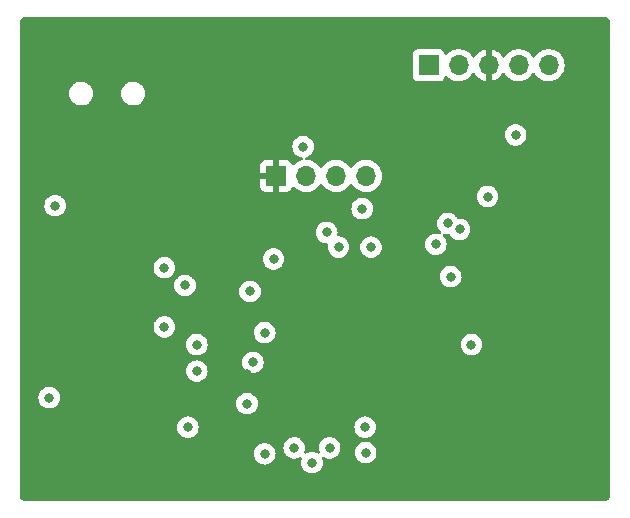
<source format=gbr>
%TF.GenerationSoftware,KiCad,Pcbnew,(6.0.1)*%
%TF.CreationDate,2022-04-19T02:49:18-05:00*%
%TF.ProjectId,pcb_w_STM32F030C8T6,7063625f-775f-4535-944d-333246303330,rev?*%
%TF.SameCoordinates,Original*%
%TF.FileFunction,Copper,L3,Inr*%
%TF.FilePolarity,Positive*%
%FSLAX46Y46*%
G04 Gerber Fmt 4.6, Leading zero omitted, Abs format (unit mm)*
G04 Created by KiCad (PCBNEW (6.0.1)) date 2022-04-19 02:49:18*
%MOMM*%
%LPD*%
G01*
G04 APERTURE LIST*
%TA.AperFunction,ComponentPad*%
%ADD10R,1.700000X1.700000*%
%TD*%
%TA.AperFunction,ComponentPad*%
%ADD11O,1.700000X1.700000*%
%TD*%
%TA.AperFunction,ViaPad*%
%ADD12C,0.800000*%
%TD*%
G04 APERTURE END LIST*
D10*
%TO.N,SWCLK*%
%TO.C,J2*%
X78125000Y-70600000D03*
D11*
%TO.N,SWDIO*%
X80665000Y-70600000D03*
%TO.N,GND*%
X83205000Y-70600000D03*
%TO.N,Net-(J2-Pad4)*%
X85745000Y-70600000D03*
%TO.N,NRST*%
X88285000Y-70600000D03*
%TD*%
D10*
%TO.N,GND*%
%TO.C,J1*%
X65200000Y-79975000D03*
D11*
%TO.N,VDDA*%
X67740000Y-79975000D03*
%TO.N,SCL*%
X70280000Y-79975000D03*
%TO.N,SDA*%
X72820000Y-79975000D03*
%TD*%
D12*
%TO.N,NRST*%
X64250000Y-103500000D03*
X63250000Y-95750000D03*
X85500000Y-76500000D03*
%TO.N,GND*%
X48000000Y-77500000D03*
X63000000Y-93500000D03*
X68500000Y-72250000D03*
X47000000Y-85250000D03*
X62250000Y-88000000D03*
X62250000Y-101000000D03*
X68250000Y-87000000D03*
X83000000Y-73250000D03*
X64500000Y-82500000D03*
X66500000Y-91000000D03*
X47000000Y-90500000D03*
X60000000Y-77750000D03*
X47000000Y-102000000D03*
X63750000Y-68750000D03*
X70750000Y-91250000D03*
X58250000Y-81500000D03*
X44500000Y-69750000D03*
X63000000Y-104750000D03*
X57250000Y-99250000D03*
X62750000Y-96750000D03*
X92750000Y-96000000D03*
X44500000Y-75250000D03*
X81250000Y-100000000D03*
X57250000Y-75250000D03*
X57250000Y-70500000D03*
X73500000Y-105000000D03*
%TO.N,VDDA*%
X83117157Y-81717157D03*
X73250000Y-86000000D03*
X46000000Y-98750000D03*
X72750000Y-101250000D03*
X67500000Y-77500000D03*
X70500000Y-86000000D03*
X58500000Y-94250000D03*
X65000000Y-87000000D03*
X62750000Y-99250000D03*
X64250000Y-93250000D03*
X63000000Y-89750000D03*
X57500000Y-89250000D03*
X58500000Y-96500000D03*
X81750000Y-94250000D03*
X57750000Y-101250000D03*
X46500000Y-82500000D03*
%TO.N,CHANGE_STATE*%
X55750000Y-92750000D03*
X55750000Y-87750000D03*
%TO.N,INC*%
X72800000Y-103400000D03*
X68250000Y-104250000D03*
%TO.N,DEC*%
X66750000Y-103000000D03*
X69750000Y-103000000D03*
%TO.N,SDA*%
X72500000Y-82750000D03*
X69500000Y-84750000D03*
%TO.N,SWCLK*%
X79750000Y-84000000D03*
X78737701Y-85762299D03*
%TO.N,SWDIO*%
X80750000Y-84500000D03*
X80000000Y-88500000D03*
%TD*%
%TA.AperFunction,Conductor*%
%TO.N,GND*%
G36*
X92970055Y-66509500D02*
G01*
X92984856Y-66511805D01*
X92984859Y-66511805D01*
X92993728Y-66513186D01*
X93002630Y-66512022D01*
X93002632Y-66512022D01*
X93002690Y-66512014D01*
X93002729Y-66512009D01*
X93033167Y-66511738D01*
X93095374Y-66518747D01*
X93122882Y-66525026D01*
X93200069Y-66552035D01*
X93225490Y-66564277D01*
X93294737Y-66607788D01*
X93316796Y-66625380D01*
X93374620Y-66683204D01*
X93392212Y-66705263D01*
X93435723Y-66774510D01*
X93447965Y-66799931D01*
X93474974Y-66877119D01*
X93481253Y-66904624D01*
X93487522Y-66960255D01*
X93488305Y-66975903D01*
X93488196Y-66984858D01*
X93486814Y-66993732D01*
X93488454Y-67006272D01*
X93490936Y-67025253D01*
X93492000Y-67041591D01*
X93492000Y-106950670D01*
X93490500Y-106970054D01*
X93486814Y-106993728D01*
X93487978Y-107002630D01*
X93487978Y-107002632D01*
X93487991Y-107002728D01*
X93488262Y-107033167D01*
X93481253Y-107095374D01*
X93474974Y-107122882D01*
X93447965Y-107200069D01*
X93435723Y-107225490D01*
X93392212Y-107294737D01*
X93374620Y-107316796D01*
X93316796Y-107374620D01*
X93294737Y-107392212D01*
X93225490Y-107435723D01*
X93200069Y-107447965D01*
X93122881Y-107474974D01*
X93095376Y-107481253D01*
X93083762Y-107482562D01*
X93039738Y-107487522D01*
X93024097Y-107488305D01*
X93015142Y-107488196D01*
X93006268Y-107486814D01*
X92974747Y-107490936D01*
X92958409Y-107492000D01*
X44049330Y-107492000D01*
X44029945Y-107490500D01*
X44015144Y-107488195D01*
X44015141Y-107488195D01*
X44006272Y-107486814D01*
X43997370Y-107487978D01*
X43997368Y-107487978D01*
X43997310Y-107487986D01*
X43997271Y-107487991D01*
X43966833Y-107488262D01*
X43904626Y-107481253D01*
X43877118Y-107474974D01*
X43799931Y-107447965D01*
X43774510Y-107435723D01*
X43705263Y-107392212D01*
X43683204Y-107374620D01*
X43625380Y-107316796D01*
X43607788Y-107294737D01*
X43564277Y-107225490D01*
X43552035Y-107200069D01*
X43525026Y-107122881D01*
X43518747Y-107095376D01*
X43512478Y-107039745D01*
X43511695Y-107024097D01*
X43511804Y-107015142D01*
X43513186Y-107006268D01*
X43509064Y-106974746D01*
X43508000Y-106958409D01*
X43508000Y-103500000D01*
X63336496Y-103500000D01*
X63337186Y-103506565D01*
X63346608Y-103596206D01*
X63356458Y-103689928D01*
X63415473Y-103871556D01*
X63418776Y-103877278D01*
X63418777Y-103877279D01*
X63436803Y-103908500D01*
X63510960Y-104036944D01*
X63515378Y-104041851D01*
X63515379Y-104041852D01*
X63537694Y-104066635D01*
X63638747Y-104178866D01*
X63793248Y-104291118D01*
X63799276Y-104293802D01*
X63799278Y-104293803D01*
X63961681Y-104366109D01*
X63967712Y-104368794D01*
X64061113Y-104388647D01*
X64148056Y-104407128D01*
X64148061Y-104407128D01*
X64154513Y-104408500D01*
X64345487Y-104408500D01*
X64351939Y-104407128D01*
X64351944Y-104407128D01*
X64438887Y-104388647D01*
X64532288Y-104368794D01*
X64538319Y-104366109D01*
X64700722Y-104293803D01*
X64700724Y-104293802D01*
X64706752Y-104291118D01*
X64861253Y-104178866D01*
X64962306Y-104066635D01*
X64984621Y-104041852D01*
X64984622Y-104041851D01*
X64989040Y-104036944D01*
X65063197Y-103908500D01*
X65081223Y-103877279D01*
X65081224Y-103877278D01*
X65084527Y-103871556D01*
X65143542Y-103689928D01*
X65153393Y-103596206D01*
X65162814Y-103506565D01*
X65163504Y-103500000D01*
X65151301Y-103383891D01*
X65144232Y-103316635D01*
X65144232Y-103316633D01*
X65143542Y-103310072D01*
X65084527Y-103128444D01*
X65010370Y-103000000D01*
X65836496Y-103000000D01*
X65856458Y-103189928D01*
X65915473Y-103371556D01*
X65918776Y-103377278D01*
X65918777Y-103377279D01*
X65924476Y-103387150D01*
X66010960Y-103536944D01*
X66015378Y-103541851D01*
X66015379Y-103541852D01*
X66058667Y-103589928D01*
X66138747Y-103678866D01*
X66293248Y-103791118D01*
X66299276Y-103793802D01*
X66299278Y-103793803D01*
X66317806Y-103802052D01*
X66467712Y-103868794D01*
X66561112Y-103888647D01*
X66648056Y-103907128D01*
X66648061Y-103907128D01*
X66654513Y-103908500D01*
X66845487Y-103908500D01*
X66851939Y-103907128D01*
X66851944Y-103907128D01*
X66938887Y-103888647D01*
X67032288Y-103868794D01*
X67182194Y-103802052D01*
X67200724Y-103793802D01*
X67200725Y-103793801D01*
X67206752Y-103791118D01*
X67212094Y-103787237D01*
X67214645Y-103785764D01*
X67283639Y-103769024D01*
X67350732Y-103792242D01*
X67394621Y-103848048D01*
X67401372Y-103918723D01*
X67397481Y-103933817D01*
X67356458Y-104060072D01*
X67355768Y-104066633D01*
X67355768Y-104066635D01*
X67343972Y-104178866D01*
X67336496Y-104250000D01*
X67337186Y-104256565D01*
X67353011Y-104407128D01*
X67356458Y-104439928D01*
X67415473Y-104621556D01*
X67510960Y-104786944D01*
X67638747Y-104928866D01*
X67793248Y-105041118D01*
X67799276Y-105043802D01*
X67799278Y-105043803D01*
X67961681Y-105116109D01*
X67967712Y-105118794D01*
X68061112Y-105138647D01*
X68148056Y-105157128D01*
X68148061Y-105157128D01*
X68154513Y-105158500D01*
X68345487Y-105158500D01*
X68351939Y-105157128D01*
X68351944Y-105157128D01*
X68438887Y-105138647D01*
X68532288Y-105118794D01*
X68538319Y-105116109D01*
X68700722Y-105043803D01*
X68700724Y-105043802D01*
X68706752Y-105041118D01*
X68861253Y-104928866D01*
X68989040Y-104786944D01*
X69084527Y-104621556D01*
X69143542Y-104439928D01*
X69146990Y-104407128D01*
X69162814Y-104256565D01*
X69163504Y-104250000D01*
X69156028Y-104178866D01*
X69144232Y-104066635D01*
X69144232Y-104066633D01*
X69143542Y-104060072D01*
X69102519Y-103933817D01*
X69100491Y-103862850D01*
X69137154Y-103802052D01*
X69200866Y-103770726D01*
X69271400Y-103778819D01*
X69285355Y-103785764D01*
X69287906Y-103787237D01*
X69293248Y-103791118D01*
X69299275Y-103793801D01*
X69299276Y-103793802D01*
X69317806Y-103802052D01*
X69467712Y-103868794D01*
X69561112Y-103888647D01*
X69648056Y-103907128D01*
X69648061Y-103907128D01*
X69654513Y-103908500D01*
X69845487Y-103908500D01*
X69851939Y-103907128D01*
X69851944Y-103907128D01*
X69938887Y-103888647D01*
X70032288Y-103868794D01*
X70182194Y-103802052D01*
X70200722Y-103793803D01*
X70200724Y-103793802D01*
X70206752Y-103791118D01*
X70361253Y-103678866D01*
X70441333Y-103589928D01*
X70484621Y-103541852D01*
X70484622Y-103541851D01*
X70489040Y-103536944D01*
X70568105Y-103400000D01*
X71886496Y-103400000D01*
X71887186Y-103406565D01*
X71904483Y-103571134D01*
X71906458Y-103589928D01*
X71965473Y-103771556D01*
X72060960Y-103936944D01*
X72188747Y-104078866D01*
X72287843Y-104150864D01*
X72326385Y-104178866D01*
X72343248Y-104191118D01*
X72349276Y-104193802D01*
X72349278Y-104193803D01*
X72490245Y-104256565D01*
X72517712Y-104268794D01*
X72604479Y-104287237D01*
X72698056Y-104307128D01*
X72698061Y-104307128D01*
X72704513Y-104308500D01*
X72895487Y-104308500D01*
X72901939Y-104307128D01*
X72901944Y-104307128D01*
X72995521Y-104287237D01*
X73082288Y-104268794D01*
X73109755Y-104256565D01*
X73250722Y-104193803D01*
X73250724Y-104193802D01*
X73256752Y-104191118D01*
X73273616Y-104178866D01*
X73312157Y-104150864D01*
X73411253Y-104078866D01*
X73539040Y-103936944D01*
X73634527Y-103771556D01*
X73693542Y-103589928D01*
X73695518Y-103571134D01*
X73712814Y-103406565D01*
X73713504Y-103400000D01*
X73711529Y-103381206D01*
X73694232Y-103216635D01*
X73694232Y-103216633D01*
X73693542Y-103210072D01*
X73634527Y-103028444D01*
X73539040Y-102863056D01*
X73497243Y-102816635D01*
X73415675Y-102726045D01*
X73415674Y-102726044D01*
X73411253Y-102721134D01*
X73256752Y-102608882D01*
X73250724Y-102606198D01*
X73250722Y-102606197D01*
X73088319Y-102533891D01*
X73088318Y-102533891D01*
X73082288Y-102531206D01*
X72988887Y-102511353D01*
X72901944Y-102492872D01*
X72901939Y-102492872D01*
X72895487Y-102491500D01*
X72704513Y-102491500D01*
X72698061Y-102492872D01*
X72698056Y-102492872D01*
X72611112Y-102511353D01*
X72517712Y-102531206D01*
X72511682Y-102533891D01*
X72511681Y-102533891D01*
X72349278Y-102606197D01*
X72349276Y-102606198D01*
X72343248Y-102608882D01*
X72188747Y-102721134D01*
X72184326Y-102726044D01*
X72184325Y-102726045D01*
X72102758Y-102816635D01*
X72060960Y-102863056D01*
X71965473Y-103028444D01*
X71906458Y-103210072D01*
X71905768Y-103216633D01*
X71905768Y-103216635D01*
X71888471Y-103381206D01*
X71886496Y-103400000D01*
X70568105Y-103400000D01*
X70575524Y-103387150D01*
X70581223Y-103377279D01*
X70581224Y-103377278D01*
X70584527Y-103371556D01*
X70643542Y-103189928D01*
X70663504Y-103000000D01*
X70643542Y-102810072D01*
X70584527Y-102628444D01*
X70563990Y-102592872D01*
X70529937Y-102533891D01*
X70489040Y-102463056D01*
X70361253Y-102321134D01*
X70206752Y-102208882D01*
X70200724Y-102206198D01*
X70200722Y-102206197D01*
X70038319Y-102133891D01*
X70038318Y-102133891D01*
X70032288Y-102131206D01*
X69938887Y-102111353D01*
X69851944Y-102092872D01*
X69851939Y-102092872D01*
X69845487Y-102091500D01*
X69654513Y-102091500D01*
X69648061Y-102092872D01*
X69648056Y-102092872D01*
X69561112Y-102111353D01*
X69467712Y-102131206D01*
X69461682Y-102133891D01*
X69461681Y-102133891D01*
X69299278Y-102206197D01*
X69299276Y-102206198D01*
X69293248Y-102208882D01*
X69138747Y-102321134D01*
X69010960Y-102463056D01*
X68970063Y-102533891D01*
X68936011Y-102592872D01*
X68915473Y-102628444D01*
X68856458Y-102810072D01*
X68836496Y-103000000D01*
X68856458Y-103189928D01*
X68858498Y-103196206D01*
X68897481Y-103316183D01*
X68899509Y-103387150D01*
X68862846Y-103447948D01*
X68799134Y-103479274D01*
X68728600Y-103471181D01*
X68714645Y-103464236D01*
X68712093Y-103462762D01*
X68706752Y-103458882D01*
X68574501Y-103400000D01*
X68538319Y-103383891D01*
X68538318Y-103383891D01*
X68532288Y-103381206D01*
X68438888Y-103361353D01*
X68351944Y-103342872D01*
X68351939Y-103342872D01*
X68345487Y-103341500D01*
X68154513Y-103341500D01*
X68148061Y-103342872D01*
X68148056Y-103342872D01*
X68061112Y-103361353D01*
X67967712Y-103381206D01*
X67961682Y-103383891D01*
X67961681Y-103383891D01*
X67925500Y-103400000D01*
X67793248Y-103458882D01*
X67787907Y-103462762D01*
X67785355Y-103464236D01*
X67716361Y-103480976D01*
X67649268Y-103457758D01*
X67605379Y-103401952D01*
X67598628Y-103331277D01*
X67602519Y-103316183D01*
X67641502Y-103196206D01*
X67643542Y-103189928D01*
X67663504Y-103000000D01*
X67643542Y-102810072D01*
X67584527Y-102628444D01*
X67563990Y-102592872D01*
X67529937Y-102533891D01*
X67489040Y-102463056D01*
X67361253Y-102321134D01*
X67206752Y-102208882D01*
X67200724Y-102206198D01*
X67200722Y-102206197D01*
X67038319Y-102133891D01*
X67038318Y-102133891D01*
X67032288Y-102131206D01*
X66938887Y-102111353D01*
X66851944Y-102092872D01*
X66851939Y-102092872D01*
X66845487Y-102091500D01*
X66654513Y-102091500D01*
X66648061Y-102092872D01*
X66648056Y-102092872D01*
X66561112Y-102111353D01*
X66467712Y-102131206D01*
X66461682Y-102133891D01*
X66461681Y-102133891D01*
X66299278Y-102206197D01*
X66299276Y-102206198D01*
X66293248Y-102208882D01*
X66138747Y-102321134D01*
X66010960Y-102463056D01*
X65970063Y-102533891D01*
X65936011Y-102592872D01*
X65915473Y-102628444D01*
X65856458Y-102810072D01*
X65836496Y-103000000D01*
X65010370Y-103000000D01*
X64989040Y-102963056D01*
X64861253Y-102821134D01*
X64730375Y-102726045D01*
X64712094Y-102712763D01*
X64712093Y-102712762D01*
X64706752Y-102708882D01*
X64700724Y-102706198D01*
X64700722Y-102706197D01*
X64538319Y-102633891D01*
X64538318Y-102633891D01*
X64532288Y-102631206D01*
X64438888Y-102611353D01*
X64351944Y-102592872D01*
X64351939Y-102592872D01*
X64345487Y-102591500D01*
X64154513Y-102591500D01*
X64148061Y-102592872D01*
X64148056Y-102592872D01*
X64061113Y-102611353D01*
X63967712Y-102631206D01*
X63961682Y-102633891D01*
X63961681Y-102633891D01*
X63799278Y-102706197D01*
X63799276Y-102706198D01*
X63793248Y-102708882D01*
X63787907Y-102712762D01*
X63787906Y-102712763D01*
X63769625Y-102726045D01*
X63638747Y-102821134D01*
X63510960Y-102963056D01*
X63415473Y-103128444D01*
X63356458Y-103310072D01*
X63355768Y-103316633D01*
X63355768Y-103316635D01*
X63348699Y-103383891D01*
X63336496Y-103500000D01*
X43508000Y-103500000D01*
X43508000Y-101250000D01*
X56836496Y-101250000D01*
X56856458Y-101439928D01*
X56915473Y-101621556D01*
X57010960Y-101786944D01*
X57138747Y-101928866D01*
X57293248Y-102041118D01*
X57299276Y-102043802D01*
X57299278Y-102043803D01*
X57406408Y-102091500D01*
X57467712Y-102118794D01*
X57561113Y-102138647D01*
X57648056Y-102157128D01*
X57648061Y-102157128D01*
X57654513Y-102158500D01*
X57845487Y-102158500D01*
X57851939Y-102157128D01*
X57851944Y-102157128D01*
X57938887Y-102138647D01*
X58032288Y-102118794D01*
X58093592Y-102091500D01*
X58200722Y-102043803D01*
X58200724Y-102043802D01*
X58206752Y-102041118D01*
X58361253Y-101928866D01*
X58489040Y-101786944D01*
X58584527Y-101621556D01*
X58643542Y-101439928D01*
X58663504Y-101250000D01*
X71836496Y-101250000D01*
X71856458Y-101439928D01*
X71915473Y-101621556D01*
X72010960Y-101786944D01*
X72138747Y-101928866D01*
X72293248Y-102041118D01*
X72299276Y-102043802D01*
X72299278Y-102043803D01*
X72406408Y-102091500D01*
X72467712Y-102118794D01*
X72561113Y-102138647D01*
X72648056Y-102157128D01*
X72648061Y-102157128D01*
X72654513Y-102158500D01*
X72845487Y-102158500D01*
X72851939Y-102157128D01*
X72851944Y-102157128D01*
X72938887Y-102138647D01*
X73032288Y-102118794D01*
X73093592Y-102091500D01*
X73200722Y-102043803D01*
X73200724Y-102043802D01*
X73206752Y-102041118D01*
X73361253Y-101928866D01*
X73489040Y-101786944D01*
X73584527Y-101621556D01*
X73643542Y-101439928D01*
X73663504Y-101250000D01*
X73643542Y-101060072D01*
X73584527Y-100878444D01*
X73489040Y-100713056D01*
X73361253Y-100571134D01*
X73206752Y-100458882D01*
X73200724Y-100456198D01*
X73200722Y-100456197D01*
X73038319Y-100383891D01*
X73038318Y-100383891D01*
X73032288Y-100381206D01*
X72938887Y-100361353D01*
X72851944Y-100342872D01*
X72851939Y-100342872D01*
X72845487Y-100341500D01*
X72654513Y-100341500D01*
X72648061Y-100342872D01*
X72648056Y-100342872D01*
X72561113Y-100361353D01*
X72467712Y-100381206D01*
X72461682Y-100383891D01*
X72461681Y-100383891D01*
X72299278Y-100456197D01*
X72299276Y-100456198D01*
X72293248Y-100458882D01*
X72138747Y-100571134D01*
X72010960Y-100713056D01*
X71915473Y-100878444D01*
X71856458Y-101060072D01*
X71836496Y-101250000D01*
X58663504Y-101250000D01*
X58643542Y-101060072D01*
X58584527Y-100878444D01*
X58489040Y-100713056D01*
X58361253Y-100571134D01*
X58206752Y-100458882D01*
X58200724Y-100456198D01*
X58200722Y-100456197D01*
X58038319Y-100383891D01*
X58038318Y-100383891D01*
X58032288Y-100381206D01*
X57938887Y-100361353D01*
X57851944Y-100342872D01*
X57851939Y-100342872D01*
X57845487Y-100341500D01*
X57654513Y-100341500D01*
X57648061Y-100342872D01*
X57648056Y-100342872D01*
X57561113Y-100361353D01*
X57467712Y-100381206D01*
X57461682Y-100383891D01*
X57461681Y-100383891D01*
X57299278Y-100456197D01*
X57299276Y-100456198D01*
X57293248Y-100458882D01*
X57138747Y-100571134D01*
X57010960Y-100713056D01*
X56915473Y-100878444D01*
X56856458Y-101060072D01*
X56836496Y-101250000D01*
X43508000Y-101250000D01*
X43508000Y-98750000D01*
X45086496Y-98750000D01*
X45106458Y-98939928D01*
X45165473Y-99121556D01*
X45260960Y-99286944D01*
X45388747Y-99428866D01*
X45543248Y-99541118D01*
X45549276Y-99543802D01*
X45549278Y-99543803D01*
X45709799Y-99615271D01*
X45717712Y-99618794D01*
X45811112Y-99638647D01*
X45898056Y-99657128D01*
X45898061Y-99657128D01*
X45904513Y-99658500D01*
X46095487Y-99658500D01*
X46101939Y-99657128D01*
X46101944Y-99657128D01*
X46188888Y-99638647D01*
X46282288Y-99618794D01*
X46290201Y-99615271D01*
X46450722Y-99543803D01*
X46450724Y-99543802D01*
X46456752Y-99541118D01*
X46611253Y-99428866D01*
X46739040Y-99286944D01*
X46760370Y-99250000D01*
X61836496Y-99250000D01*
X61856458Y-99439928D01*
X61915473Y-99621556D01*
X61918776Y-99627278D01*
X61918777Y-99627279D01*
X61936803Y-99658500D01*
X62010960Y-99786944D01*
X62138747Y-99928866D01*
X62293248Y-100041118D01*
X62299276Y-100043802D01*
X62299278Y-100043803D01*
X62461681Y-100116109D01*
X62467712Y-100118794D01*
X62561113Y-100138647D01*
X62648056Y-100157128D01*
X62648061Y-100157128D01*
X62654513Y-100158500D01*
X62845487Y-100158500D01*
X62851939Y-100157128D01*
X62851944Y-100157128D01*
X62938887Y-100138647D01*
X63032288Y-100118794D01*
X63038319Y-100116109D01*
X63200722Y-100043803D01*
X63200724Y-100043802D01*
X63206752Y-100041118D01*
X63361253Y-99928866D01*
X63489040Y-99786944D01*
X63563197Y-99658500D01*
X63581223Y-99627279D01*
X63581224Y-99627278D01*
X63584527Y-99621556D01*
X63643542Y-99439928D01*
X63663504Y-99250000D01*
X63643542Y-99060072D01*
X63584527Y-98878444D01*
X63489040Y-98713056D01*
X63361253Y-98571134D01*
X63206752Y-98458882D01*
X63200724Y-98456198D01*
X63200722Y-98456197D01*
X63038319Y-98383891D01*
X63038318Y-98383891D01*
X63032288Y-98381206D01*
X62938888Y-98361353D01*
X62851944Y-98342872D01*
X62851939Y-98342872D01*
X62845487Y-98341500D01*
X62654513Y-98341500D01*
X62648061Y-98342872D01*
X62648056Y-98342872D01*
X62561112Y-98361353D01*
X62467712Y-98381206D01*
X62461682Y-98383891D01*
X62461681Y-98383891D01*
X62299278Y-98456197D01*
X62299276Y-98456198D01*
X62293248Y-98458882D01*
X62138747Y-98571134D01*
X62010960Y-98713056D01*
X61915473Y-98878444D01*
X61856458Y-99060072D01*
X61836496Y-99250000D01*
X46760370Y-99250000D01*
X46834527Y-99121556D01*
X46893542Y-98939928D01*
X46913504Y-98750000D01*
X46893542Y-98560072D01*
X46834527Y-98378444D01*
X46813990Y-98342872D01*
X46742341Y-98218774D01*
X46739040Y-98213056D01*
X46611253Y-98071134D01*
X46456752Y-97958882D01*
X46450724Y-97956198D01*
X46450722Y-97956197D01*
X46288319Y-97883891D01*
X46288318Y-97883891D01*
X46282288Y-97881206D01*
X46188887Y-97861353D01*
X46101944Y-97842872D01*
X46101939Y-97842872D01*
X46095487Y-97841500D01*
X45904513Y-97841500D01*
X45898061Y-97842872D01*
X45898056Y-97842872D01*
X45811113Y-97861353D01*
X45717712Y-97881206D01*
X45711682Y-97883891D01*
X45711681Y-97883891D01*
X45549278Y-97956197D01*
X45549276Y-97956198D01*
X45543248Y-97958882D01*
X45388747Y-98071134D01*
X45260960Y-98213056D01*
X45257659Y-98218774D01*
X45186011Y-98342872D01*
X45165473Y-98378444D01*
X45106458Y-98560072D01*
X45086496Y-98750000D01*
X43508000Y-98750000D01*
X43508000Y-96500000D01*
X57586496Y-96500000D01*
X57587186Y-96506565D01*
X57603011Y-96657128D01*
X57606458Y-96689928D01*
X57665473Y-96871556D01*
X57760960Y-97036944D01*
X57888747Y-97178866D01*
X58043248Y-97291118D01*
X58049276Y-97293802D01*
X58049278Y-97293803D01*
X58211681Y-97366109D01*
X58217712Y-97368794D01*
X58311113Y-97388647D01*
X58398056Y-97407128D01*
X58398061Y-97407128D01*
X58404513Y-97408500D01*
X58595487Y-97408500D01*
X58601939Y-97407128D01*
X58601944Y-97407128D01*
X58688887Y-97388647D01*
X58782288Y-97368794D01*
X58788319Y-97366109D01*
X58950722Y-97293803D01*
X58950724Y-97293802D01*
X58956752Y-97291118D01*
X59111253Y-97178866D01*
X59239040Y-97036944D01*
X59334527Y-96871556D01*
X59393542Y-96689928D01*
X59396990Y-96657128D01*
X59412814Y-96506565D01*
X59413504Y-96500000D01*
X59406028Y-96428866D01*
X59394232Y-96316635D01*
X59394232Y-96316633D01*
X59393542Y-96310072D01*
X59334527Y-96128444D01*
X59239040Y-95963056D01*
X59218216Y-95939928D01*
X59115675Y-95826045D01*
X59115674Y-95826044D01*
X59111253Y-95821134D01*
X59013346Y-95750000D01*
X62336496Y-95750000D01*
X62337186Y-95756565D01*
X62344489Y-95826045D01*
X62356458Y-95939928D01*
X62415473Y-96121556D01*
X62510960Y-96286944D01*
X62515378Y-96291851D01*
X62515379Y-96291852D01*
X62537694Y-96316635D01*
X62638747Y-96428866D01*
X62793248Y-96541118D01*
X62799276Y-96543802D01*
X62799278Y-96543803D01*
X62961681Y-96616109D01*
X62967712Y-96618794D01*
X63061113Y-96638647D01*
X63148056Y-96657128D01*
X63148061Y-96657128D01*
X63154513Y-96658500D01*
X63345487Y-96658500D01*
X63351939Y-96657128D01*
X63351944Y-96657128D01*
X63438887Y-96638647D01*
X63532288Y-96618794D01*
X63538319Y-96616109D01*
X63700722Y-96543803D01*
X63700724Y-96543802D01*
X63706752Y-96541118D01*
X63861253Y-96428866D01*
X63962306Y-96316635D01*
X63984621Y-96291852D01*
X63984622Y-96291851D01*
X63989040Y-96286944D01*
X64084527Y-96121556D01*
X64143542Y-95939928D01*
X64155512Y-95826045D01*
X64162814Y-95756565D01*
X64163504Y-95750000D01*
X64151301Y-95633891D01*
X64144232Y-95566635D01*
X64144232Y-95566633D01*
X64143542Y-95560072D01*
X64084527Y-95378444D01*
X63989040Y-95213056D01*
X63861253Y-95071134D01*
X63706752Y-94958882D01*
X63700724Y-94956198D01*
X63700722Y-94956197D01*
X63538319Y-94883891D01*
X63538318Y-94883891D01*
X63532288Y-94881206D01*
X63438887Y-94861353D01*
X63351944Y-94842872D01*
X63351939Y-94842872D01*
X63345487Y-94841500D01*
X63154513Y-94841500D01*
X63148061Y-94842872D01*
X63148056Y-94842872D01*
X63061113Y-94861353D01*
X62967712Y-94881206D01*
X62961682Y-94883891D01*
X62961681Y-94883891D01*
X62799278Y-94956197D01*
X62799276Y-94956198D01*
X62793248Y-94958882D01*
X62638747Y-95071134D01*
X62510960Y-95213056D01*
X62415473Y-95378444D01*
X62356458Y-95560072D01*
X62355768Y-95566633D01*
X62355768Y-95566635D01*
X62348699Y-95633891D01*
X62336496Y-95750000D01*
X59013346Y-95750000D01*
X58956752Y-95708882D01*
X58950724Y-95706198D01*
X58950722Y-95706197D01*
X58788319Y-95633891D01*
X58788318Y-95633891D01*
X58782288Y-95631206D01*
X58688887Y-95611353D01*
X58601944Y-95592872D01*
X58601939Y-95592872D01*
X58595487Y-95591500D01*
X58404513Y-95591500D01*
X58398061Y-95592872D01*
X58398056Y-95592872D01*
X58311113Y-95611353D01*
X58217712Y-95631206D01*
X58211682Y-95633891D01*
X58211681Y-95633891D01*
X58049278Y-95706197D01*
X58049276Y-95706198D01*
X58043248Y-95708882D01*
X57888747Y-95821134D01*
X57884326Y-95826044D01*
X57884325Y-95826045D01*
X57781785Y-95939928D01*
X57760960Y-95963056D01*
X57665473Y-96128444D01*
X57606458Y-96310072D01*
X57605768Y-96316633D01*
X57605768Y-96316635D01*
X57593972Y-96428866D01*
X57586496Y-96500000D01*
X43508000Y-96500000D01*
X43508000Y-94250000D01*
X57586496Y-94250000D01*
X57606458Y-94439928D01*
X57665473Y-94621556D01*
X57760960Y-94786944D01*
X57888747Y-94928866D01*
X58043248Y-95041118D01*
X58049276Y-95043802D01*
X58049278Y-95043803D01*
X58211681Y-95116109D01*
X58217712Y-95118794D01*
X58311112Y-95138647D01*
X58398056Y-95157128D01*
X58398061Y-95157128D01*
X58404513Y-95158500D01*
X58595487Y-95158500D01*
X58601939Y-95157128D01*
X58601944Y-95157128D01*
X58688888Y-95138647D01*
X58782288Y-95118794D01*
X58788319Y-95116109D01*
X58950722Y-95043803D01*
X58950724Y-95043802D01*
X58956752Y-95041118D01*
X59111253Y-94928866D01*
X59239040Y-94786944D01*
X59334527Y-94621556D01*
X59393542Y-94439928D01*
X59413504Y-94250000D01*
X80836496Y-94250000D01*
X80856458Y-94439928D01*
X80915473Y-94621556D01*
X81010960Y-94786944D01*
X81138747Y-94928866D01*
X81293248Y-95041118D01*
X81299276Y-95043802D01*
X81299278Y-95043803D01*
X81461681Y-95116109D01*
X81467712Y-95118794D01*
X81561112Y-95138647D01*
X81648056Y-95157128D01*
X81648061Y-95157128D01*
X81654513Y-95158500D01*
X81845487Y-95158500D01*
X81851939Y-95157128D01*
X81851944Y-95157128D01*
X81938888Y-95138647D01*
X82032288Y-95118794D01*
X82038319Y-95116109D01*
X82200722Y-95043803D01*
X82200724Y-95043802D01*
X82206752Y-95041118D01*
X82361253Y-94928866D01*
X82489040Y-94786944D01*
X82584527Y-94621556D01*
X82643542Y-94439928D01*
X82663504Y-94250000D01*
X82643542Y-94060072D01*
X82584527Y-93878444D01*
X82489040Y-93713056D01*
X82361253Y-93571134D01*
X82206752Y-93458882D01*
X82200724Y-93456198D01*
X82200722Y-93456197D01*
X82038319Y-93383891D01*
X82038318Y-93383891D01*
X82032288Y-93381206D01*
X81938887Y-93361353D01*
X81851944Y-93342872D01*
X81851939Y-93342872D01*
X81845487Y-93341500D01*
X81654513Y-93341500D01*
X81648061Y-93342872D01*
X81648056Y-93342872D01*
X81561113Y-93361353D01*
X81467712Y-93381206D01*
X81461682Y-93383891D01*
X81461681Y-93383891D01*
X81299278Y-93456197D01*
X81299276Y-93456198D01*
X81293248Y-93458882D01*
X81138747Y-93571134D01*
X81010960Y-93713056D01*
X80915473Y-93878444D01*
X80856458Y-94060072D01*
X80836496Y-94250000D01*
X59413504Y-94250000D01*
X59393542Y-94060072D01*
X59334527Y-93878444D01*
X59239040Y-93713056D01*
X59111253Y-93571134D01*
X58956752Y-93458882D01*
X58950724Y-93456198D01*
X58950722Y-93456197D01*
X58788319Y-93383891D01*
X58788318Y-93383891D01*
X58782288Y-93381206D01*
X58688887Y-93361353D01*
X58601944Y-93342872D01*
X58601939Y-93342872D01*
X58595487Y-93341500D01*
X58404513Y-93341500D01*
X58398061Y-93342872D01*
X58398056Y-93342872D01*
X58311113Y-93361353D01*
X58217712Y-93381206D01*
X58211682Y-93383891D01*
X58211681Y-93383891D01*
X58049278Y-93456197D01*
X58049276Y-93456198D01*
X58043248Y-93458882D01*
X57888747Y-93571134D01*
X57760960Y-93713056D01*
X57665473Y-93878444D01*
X57606458Y-94060072D01*
X57586496Y-94250000D01*
X43508000Y-94250000D01*
X43508000Y-92750000D01*
X54836496Y-92750000D01*
X54856458Y-92939928D01*
X54915473Y-93121556D01*
X55010960Y-93286944D01*
X55138747Y-93428866D01*
X55293248Y-93541118D01*
X55299276Y-93543802D01*
X55299278Y-93543803D01*
X55459799Y-93615271D01*
X55467712Y-93618794D01*
X55561112Y-93638647D01*
X55648056Y-93657128D01*
X55648061Y-93657128D01*
X55654513Y-93658500D01*
X55845487Y-93658500D01*
X55851939Y-93657128D01*
X55851944Y-93657128D01*
X55938888Y-93638647D01*
X56032288Y-93618794D01*
X56040201Y-93615271D01*
X56200722Y-93543803D01*
X56200724Y-93543802D01*
X56206752Y-93541118D01*
X56361253Y-93428866D01*
X56489040Y-93286944D01*
X56510370Y-93250000D01*
X63336496Y-93250000D01*
X63356458Y-93439928D01*
X63415473Y-93621556D01*
X63418776Y-93627278D01*
X63418777Y-93627279D01*
X63436803Y-93658500D01*
X63510960Y-93786944D01*
X63638747Y-93928866D01*
X63793248Y-94041118D01*
X63799276Y-94043802D01*
X63799278Y-94043803D01*
X63850560Y-94066635D01*
X63967712Y-94118794D01*
X64061112Y-94138647D01*
X64148056Y-94157128D01*
X64148061Y-94157128D01*
X64154513Y-94158500D01*
X64345487Y-94158500D01*
X64351939Y-94157128D01*
X64351944Y-94157128D01*
X64438888Y-94138647D01*
X64532288Y-94118794D01*
X64649440Y-94066635D01*
X64700722Y-94043803D01*
X64700724Y-94043802D01*
X64706752Y-94041118D01*
X64861253Y-93928866D01*
X64989040Y-93786944D01*
X65063197Y-93658500D01*
X65081223Y-93627279D01*
X65081224Y-93627278D01*
X65084527Y-93621556D01*
X65143542Y-93439928D01*
X65163504Y-93250000D01*
X65143542Y-93060072D01*
X65084527Y-92878444D01*
X64989040Y-92713056D01*
X64861253Y-92571134D01*
X64706752Y-92458882D01*
X64700724Y-92456198D01*
X64700722Y-92456197D01*
X64538319Y-92383891D01*
X64538318Y-92383891D01*
X64532288Y-92381206D01*
X64438888Y-92361353D01*
X64351944Y-92342872D01*
X64351939Y-92342872D01*
X64345487Y-92341500D01*
X64154513Y-92341500D01*
X64148061Y-92342872D01*
X64148056Y-92342872D01*
X64061112Y-92361353D01*
X63967712Y-92381206D01*
X63961682Y-92383891D01*
X63961681Y-92383891D01*
X63799278Y-92456197D01*
X63799276Y-92456198D01*
X63793248Y-92458882D01*
X63638747Y-92571134D01*
X63510960Y-92713056D01*
X63415473Y-92878444D01*
X63356458Y-93060072D01*
X63336496Y-93250000D01*
X56510370Y-93250000D01*
X56584527Y-93121556D01*
X56643542Y-92939928D01*
X56663504Y-92750000D01*
X56643542Y-92560072D01*
X56584527Y-92378444D01*
X56563990Y-92342872D01*
X56492341Y-92218774D01*
X56489040Y-92213056D01*
X56361253Y-92071134D01*
X56206752Y-91958882D01*
X56200724Y-91956198D01*
X56200722Y-91956197D01*
X56038319Y-91883891D01*
X56038318Y-91883891D01*
X56032288Y-91881206D01*
X55938887Y-91861353D01*
X55851944Y-91842872D01*
X55851939Y-91842872D01*
X55845487Y-91841500D01*
X55654513Y-91841500D01*
X55648061Y-91842872D01*
X55648056Y-91842872D01*
X55561113Y-91861353D01*
X55467712Y-91881206D01*
X55461682Y-91883891D01*
X55461681Y-91883891D01*
X55299278Y-91956197D01*
X55299276Y-91956198D01*
X55293248Y-91958882D01*
X55138747Y-92071134D01*
X55010960Y-92213056D01*
X55007659Y-92218774D01*
X54936011Y-92342872D01*
X54915473Y-92378444D01*
X54856458Y-92560072D01*
X54836496Y-92750000D01*
X43508000Y-92750000D01*
X43508000Y-89250000D01*
X56586496Y-89250000D01*
X56587186Y-89256565D01*
X56603011Y-89407128D01*
X56606458Y-89439928D01*
X56665473Y-89621556D01*
X56760960Y-89786944D01*
X56888747Y-89928866D01*
X57043248Y-90041118D01*
X57049276Y-90043802D01*
X57049278Y-90043803D01*
X57209799Y-90115271D01*
X57217712Y-90118794D01*
X57311112Y-90138647D01*
X57398056Y-90157128D01*
X57398061Y-90157128D01*
X57404513Y-90158500D01*
X57595487Y-90158500D01*
X57601939Y-90157128D01*
X57601944Y-90157128D01*
X57688888Y-90138647D01*
X57782288Y-90118794D01*
X57790201Y-90115271D01*
X57950722Y-90043803D01*
X57950724Y-90043802D01*
X57956752Y-90041118D01*
X58111253Y-89928866D01*
X58239040Y-89786944D01*
X58260370Y-89750000D01*
X62086496Y-89750000D01*
X62106458Y-89939928D01*
X62165473Y-90121556D01*
X62168776Y-90127278D01*
X62168777Y-90127279D01*
X62186803Y-90158500D01*
X62260960Y-90286944D01*
X62388747Y-90428866D01*
X62543248Y-90541118D01*
X62549276Y-90543802D01*
X62549278Y-90543803D01*
X62711681Y-90616109D01*
X62717712Y-90618794D01*
X62811113Y-90638647D01*
X62898056Y-90657128D01*
X62898061Y-90657128D01*
X62904513Y-90658500D01*
X63095487Y-90658500D01*
X63101939Y-90657128D01*
X63101944Y-90657128D01*
X63188887Y-90638647D01*
X63282288Y-90618794D01*
X63288319Y-90616109D01*
X63450722Y-90543803D01*
X63450724Y-90543802D01*
X63456752Y-90541118D01*
X63611253Y-90428866D01*
X63739040Y-90286944D01*
X63813197Y-90158500D01*
X63831223Y-90127279D01*
X63831224Y-90127278D01*
X63834527Y-90121556D01*
X63893542Y-89939928D01*
X63913504Y-89750000D01*
X63893542Y-89560072D01*
X63834527Y-89378444D01*
X63827406Y-89366109D01*
X63784109Y-89291118D01*
X63739040Y-89213056D01*
X63711752Y-89182749D01*
X63615675Y-89076045D01*
X63615674Y-89076044D01*
X63611253Y-89071134D01*
X63456752Y-88958882D01*
X63450724Y-88956198D01*
X63450722Y-88956197D01*
X63288319Y-88883891D01*
X63288318Y-88883891D01*
X63282288Y-88881206D01*
X63188887Y-88861353D01*
X63101944Y-88842872D01*
X63101939Y-88842872D01*
X63095487Y-88841500D01*
X62904513Y-88841500D01*
X62898061Y-88842872D01*
X62898056Y-88842872D01*
X62811113Y-88861353D01*
X62717712Y-88881206D01*
X62711682Y-88883891D01*
X62711681Y-88883891D01*
X62549278Y-88956197D01*
X62549276Y-88956198D01*
X62543248Y-88958882D01*
X62388747Y-89071134D01*
X62384326Y-89076044D01*
X62384325Y-89076045D01*
X62288249Y-89182749D01*
X62260960Y-89213056D01*
X62215891Y-89291118D01*
X62172595Y-89366109D01*
X62165473Y-89378444D01*
X62106458Y-89560072D01*
X62086496Y-89750000D01*
X58260370Y-89750000D01*
X58334527Y-89621556D01*
X58393542Y-89439928D01*
X58396990Y-89407128D01*
X58412814Y-89256565D01*
X58413504Y-89250000D01*
X58406028Y-89178866D01*
X58394232Y-89066635D01*
X58394232Y-89066633D01*
X58393542Y-89060072D01*
X58334527Y-88878444D01*
X58313990Y-88842872D01*
X58242341Y-88718774D01*
X58239040Y-88713056D01*
X58218216Y-88689928D01*
X58115675Y-88576045D01*
X58115674Y-88576044D01*
X58111253Y-88571134D01*
X58013346Y-88500000D01*
X79086496Y-88500000D01*
X79087186Y-88506565D01*
X79103011Y-88657128D01*
X79106458Y-88689928D01*
X79165473Y-88871556D01*
X79168776Y-88877278D01*
X79168777Y-88877279D01*
X79173078Y-88884729D01*
X79260960Y-89036944D01*
X79265378Y-89041851D01*
X79265379Y-89041852D01*
X79384325Y-89173955D01*
X79388747Y-89178866D01*
X79543248Y-89291118D01*
X79549276Y-89293802D01*
X79549278Y-89293803D01*
X79711681Y-89366109D01*
X79717712Y-89368794D01*
X79792680Y-89384729D01*
X79898056Y-89407128D01*
X79898061Y-89407128D01*
X79904513Y-89408500D01*
X80095487Y-89408500D01*
X80101939Y-89407128D01*
X80101944Y-89407128D01*
X80207320Y-89384729D01*
X80282288Y-89368794D01*
X80288319Y-89366109D01*
X80450722Y-89293803D01*
X80450724Y-89293802D01*
X80456752Y-89291118D01*
X80611253Y-89178866D01*
X80615675Y-89173955D01*
X80734621Y-89041852D01*
X80734622Y-89041851D01*
X80739040Y-89036944D01*
X80826922Y-88884729D01*
X80831223Y-88877279D01*
X80831224Y-88877278D01*
X80834527Y-88871556D01*
X80893542Y-88689928D01*
X80896990Y-88657128D01*
X80912814Y-88506565D01*
X80913504Y-88500000D01*
X80906028Y-88428866D01*
X80894232Y-88316635D01*
X80894232Y-88316633D01*
X80893542Y-88310072D01*
X80834527Y-88128444D01*
X80739040Y-87963056D01*
X80718216Y-87939928D01*
X80615675Y-87826045D01*
X80615674Y-87826044D01*
X80611253Y-87821134D01*
X80456752Y-87708882D01*
X80450724Y-87706198D01*
X80450722Y-87706197D01*
X80288319Y-87633891D01*
X80288318Y-87633891D01*
X80282288Y-87631206D01*
X80188887Y-87611353D01*
X80101944Y-87592872D01*
X80101939Y-87592872D01*
X80095487Y-87591500D01*
X79904513Y-87591500D01*
X79898061Y-87592872D01*
X79898056Y-87592872D01*
X79811113Y-87611353D01*
X79717712Y-87631206D01*
X79711682Y-87633891D01*
X79711681Y-87633891D01*
X79549278Y-87706197D01*
X79549276Y-87706198D01*
X79543248Y-87708882D01*
X79388747Y-87821134D01*
X79384326Y-87826044D01*
X79384325Y-87826045D01*
X79281785Y-87939928D01*
X79260960Y-87963056D01*
X79165473Y-88128444D01*
X79106458Y-88310072D01*
X79105768Y-88316633D01*
X79105768Y-88316635D01*
X79093972Y-88428866D01*
X79086496Y-88500000D01*
X58013346Y-88500000D01*
X57956752Y-88458882D01*
X57950724Y-88456198D01*
X57950722Y-88456197D01*
X57788319Y-88383891D01*
X57788318Y-88383891D01*
X57782288Y-88381206D01*
X57688888Y-88361353D01*
X57601944Y-88342872D01*
X57601939Y-88342872D01*
X57595487Y-88341500D01*
X57404513Y-88341500D01*
X57398061Y-88342872D01*
X57398056Y-88342872D01*
X57311112Y-88361353D01*
X57217712Y-88381206D01*
X57211682Y-88383891D01*
X57211681Y-88383891D01*
X57049278Y-88456197D01*
X57049276Y-88456198D01*
X57043248Y-88458882D01*
X56888747Y-88571134D01*
X56884326Y-88576044D01*
X56884325Y-88576045D01*
X56781785Y-88689928D01*
X56760960Y-88713056D01*
X56757659Y-88718774D01*
X56686011Y-88842872D01*
X56665473Y-88878444D01*
X56606458Y-89060072D01*
X56605768Y-89066633D01*
X56605768Y-89066635D01*
X56593972Y-89178866D01*
X56586496Y-89250000D01*
X43508000Y-89250000D01*
X43508000Y-87750000D01*
X54836496Y-87750000D01*
X54837186Y-87756565D01*
X54853011Y-87907128D01*
X54856458Y-87939928D01*
X54915473Y-88121556D01*
X55010960Y-88286944D01*
X55015378Y-88291851D01*
X55015379Y-88291852D01*
X55037694Y-88316635D01*
X55138747Y-88428866D01*
X55293248Y-88541118D01*
X55299276Y-88543802D01*
X55299278Y-88543803D01*
X55461681Y-88616109D01*
X55467712Y-88618794D01*
X55561113Y-88638647D01*
X55648056Y-88657128D01*
X55648061Y-88657128D01*
X55654513Y-88658500D01*
X55845487Y-88658500D01*
X55851939Y-88657128D01*
X55851944Y-88657128D01*
X55938887Y-88638647D01*
X56032288Y-88618794D01*
X56038319Y-88616109D01*
X56200722Y-88543803D01*
X56200724Y-88543802D01*
X56206752Y-88541118D01*
X56361253Y-88428866D01*
X56462306Y-88316635D01*
X56484621Y-88291852D01*
X56484622Y-88291851D01*
X56489040Y-88286944D01*
X56584527Y-88121556D01*
X56643542Y-87939928D01*
X56646990Y-87907128D01*
X56662814Y-87756565D01*
X56663504Y-87750000D01*
X56656028Y-87678866D01*
X56644232Y-87566635D01*
X56644232Y-87566633D01*
X56643542Y-87560072D01*
X56584527Y-87378444D01*
X56489040Y-87213056D01*
X56468216Y-87189928D01*
X56365675Y-87076045D01*
X56365674Y-87076044D01*
X56361253Y-87071134D01*
X56263346Y-87000000D01*
X64086496Y-87000000D01*
X64087186Y-87006565D01*
X64094489Y-87076045D01*
X64106458Y-87189928D01*
X64165473Y-87371556D01*
X64260960Y-87536944D01*
X64265378Y-87541851D01*
X64265379Y-87541852D01*
X64287694Y-87566635D01*
X64388747Y-87678866D01*
X64543248Y-87791118D01*
X64549276Y-87793802D01*
X64549278Y-87793803D01*
X64711681Y-87866109D01*
X64717712Y-87868794D01*
X64811113Y-87888647D01*
X64898056Y-87907128D01*
X64898061Y-87907128D01*
X64904513Y-87908500D01*
X65095487Y-87908500D01*
X65101939Y-87907128D01*
X65101944Y-87907128D01*
X65188887Y-87888647D01*
X65282288Y-87868794D01*
X65288319Y-87866109D01*
X65450722Y-87793803D01*
X65450724Y-87793802D01*
X65456752Y-87791118D01*
X65611253Y-87678866D01*
X65712306Y-87566635D01*
X65734621Y-87541852D01*
X65734622Y-87541851D01*
X65739040Y-87536944D01*
X65834527Y-87371556D01*
X65893542Y-87189928D01*
X65905512Y-87076045D01*
X65912814Y-87006565D01*
X65913504Y-87000000D01*
X65901301Y-86883891D01*
X65894232Y-86816635D01*
X65894232Y-86816633D01*
X65893542Y-86810072D01*
X65834527Y-86628444D01*
X65739040Y-86463056D01*
X65714908Y-86436254D01*
X65615675Y-86326045D01*
X65615674Y-86326044D01*
X65611253Y-86321134D01*
X65456752Y-86208882D01*
X65450724Y-86206198D01*
X65450722Y-86206197D01*
X65288319Y-86133891D01*
X65288318Y-86133891D01*
X65282288Y-86131206D01*
X65188888Y-86111353D01*
X65101944Y-86092872D01*
X65101939Y-86092872D01*
X65095487Y-86091500D01*
X64904513Y-86091500D01*
X64898061Y-86092872D01*
X64898056Y-86092872D01*
X64811112Y-86111353D01*
X64717712Y-86131206D01*
X64711682Y-86133891D01*
X64711681Y-86133891D01*
X64549278Y-86206197D01*
X64549276Y-86206198D01*
X64543248Y-86208882D01*
X64388747Y-86321134D01*
X64384326Y-86326044D01*
X64384325Y-86326045D01*
X64285093Y-86436254D01*
X64260960Y-86463056D01*
X64165473Y-86628444D01*
X64106458Y-86810072D01*
X64105768Y-86816633D01*
X64105768Y-86816635D01*
X64098699Y-86883891D01*
X64086496Y-87000000D01*
X56263346Y-87000000D01*
X56206752Y-86958882D01*
X56200724Y-86956198D01*
X56200722Y-86956197D01*
X56038319Y-86883891D01*
X56038318Y-86883891D01*
X56032288Y-86881206D01*
X55938887Y-86861353D01*
X55851944Y-86842872D01*
X55851939Y-86842872D01*
X55845487Y-86841500D01*
X55654513Y-86841500D01*
X55648061Y-86842872D01*
X55648056Y-86842872D01*
X55561113Y-86861353D01*
X55467712Y-86881206D01*
X55461682Y-86883891D01*
X55461681Y-86883891D01*
X55299278Y-86956197D01*
X55299276Y-86956198D01*
X55293248Y-86958882D01*
X55138747Y-87071134D01*
X55134326Y-87076044D01*
X55134325Y-87076045D01*
X55031785Y-87189928D01*
X55010960Y-87213056D01*
X54915473Y-87378444D01*
X54856458Y-87560072D01*
X54855768Y-87566633D01*
X54855768Y-87566635D01*
X54843972Y-87678866D01*
X54836496Y-87750000D01*
X43508000Y-87750000D01*
X43508000Y-84750000D01*
X68586496Y-84750000D01*
X68587186Y-84756565D01*
X68603011Y-84907128D01*
X68606458Y-84939928D01*
X68665473Y-85121556D01*
X68668776Y-85127278D01*
X68668777Y-85127279D01*
X68695726Y-85173955D01*
X68760960Y-85286944D01*
X68765378Y-85291851D01*
X68765379Y-85291852D01*
X68832240Y-85366109D01*
X68888747Y-85428866D01*
X69043248Y-85541118D01*
X69049276Y-85543802D01*
X69049278Y-85543803D01*
X69211681Y-85616109D01*
X69217712Y-85618794D01*
X69292680Y-85634729D01*
X69398056Y-85657128D01*
X69398061Y-85657128D01*
X69404513Y-85658500D01*
X69483784Y-85658500D01*
X69551905Y-85678502D01*
X69598398Y-85732158D01*
X69608502Y-85802432D01*
X69607971Y-85805416D01*
X69606458Y-85810072D01*
X69586496Y-86000000D01*
X69587186Y-86006565D01*
X69600565Y-86133855D01*
X69606458Y-86189928D01*
X69665473Y-86371556D01*
X69760960Y-86536944D01*
X69888747Y-86678866D01*
X70043248Y-86791118D01*
X70049276Y-86793802D01*
X70049278Y-86793803D01*
X70100560Y-86816635D01*
X70217712Y-86868794D01*
X70311112Y-86888647D01*
X70398056Y-86907128D01*
X70398061Y-86907128D01*
X70404513Y-86908500D01*
X70595487Y-86908500D01*
X70601939Y-86907128D01*
X70601944Y-86907128D01*
X70688888Y-86888647D01*
X70782288Y-86868794D01*
X70899440Y-86816635D01*
X70950722Y-86793803D01*
X70950724Y-86793802D01*
X70956752Y-86791118D01*
X71111253Y-86678866D01*
X71239040Y-86536944D01*
X71334527Y-86371556D01*
X71393542Y-86189928D01*
X71399436Y-86133855D01*
X71412814Y-86006565D01*
X71413504Y-86000000D01*
X72336496Y-86000000D01*
X72337186Y-86006565D01*
X72350565Y-86133855D01*
X72356458Y-86189928D01*
X72415473Y-86371556D01*
X72510960Y-86536944D01*
X72638747Y-86678866D01*
X72793248Y-86791118D01*
X72799276Y-86793802D01*
X72799278Y-86793803D01*
X72850560Y-86816635D01*
X72967712Y-86868794D01*
X73061112Y-86888647D01*
X73148056Y-86907128D01*
X73148061Y-86907128D01*
X73154513Y-86908500D01*
X73345487Y-86908500D01*
X73351939Y-86907128D01*
X73351944Y-86907128D01*
X73438888Y-86888647D01*
X73532288Y-86868794D01*
X73649440Y-86816635D01*
X73700722Y-86793803D01*
X73700724Y-86793802D01*
X73706752Y-86791118D01*
X73861253Y-86678866D01*
X73989040Y-86536944D01*
X74084527Y-86371556D01*
X74143542Y-86189928D01*
X74149436Y-86133855D01*
X74162814Y-86006565D01*
X74163504Y-86000000D01*
X74143542Y-85810072D01*
X74128019Y-85762299D01*
X77824197Y-85762299D01*
X77844159Y-85952227D01*
X77903174Y-86133855D01*
X77998661Y-86299243D01*
X78003079Y-86304150D01*
X78003080Y-86304151D01*
X78058113Y-86365271D01*
X78126448Y-86441165D01*
X78280949Y-86553417D01*
X78286977Y-86556101D01*
X78286979Y-86556102D01*
X78436609Y-86622721D01*
X78455413Y-86631093D01*
X78548814Y-86650946D01*
X78635757Y-86669427D01*
X78635762Y-86669427D01*
X78642214Y-86670799D01*
X78833188Y-86670799D01*
X78839640Y-86669427D01*
X78839645Y-86669427D01*
X78926588Y-86650946D01*
X79019989Y-86631093D01*
X79038793Y-86622721D01*
X79188423Y-86556102D01*
X79188425Y-86556101D01*
X79194453Y-86553417D01*
X79348954Y-86441165D01*
X79417289Y-86365271D01*
X79472322Y-86304151D01*
X79472323Y-86304150D01*
X79476741Y-86299243D01*
X79572228Y-86133855D01*
X79631243Y-85952227D01*
X79651205Y-85762299D01*
X79642398Y-85678502D01*
X79631933Y-85578934D01*
X79631933Y-85578932D01*
X79631243Y-85572371D01*
X79572228Y-85390743D01*
X79476741Y-85225355D01*
X79459491Y-85206197D01*
X79353377Y-85088345D01*
X79353376Y-85088344D01*
X79348954Y-85083433D01*
X79346004Y-85081289D01*
X79309341Y-85021778D01*
X79310693Y-84950794D01*
X79350207Y-84891810D01*
X79415338Y-84863553D01*
X79467026Y-84868488D01*
X79467712Y-84868794D01*
X79561112Y-84888647D01*
X79648056Y-84907128D01*
X79648061Y-84907128D01*
X79654513Y-84908500D01*
X79845487Y-84908500D01*
X79850401Y-84907456D01*
X79919662Y-84920122D01*
X79972112Y-84969658D01*
X80010960Y-85036944D01*
X80015378Y-85041851D01*
X80015379Y-85041852D01*
X80060082Y-85091500D01*
X80138747Y-85178866D01*
X80293248Y-85291118D01*
X80299276Y-85293802D01*
X80299278Y-85293803D01*
X80461681Y-85366109D01*
X80467712Y-85368794D01*
X80544049Y-85385020D01*
X80648056Y-85407128D01*
X80648061Y-85407128D01*
X80654513Y-85408500D01*
X80845487Y-85408500D01*
X80851939Y-85407128D01*
X80851944Y-85407128D01*
X80955951Y-85385020D01*
X81032288Y-85368794D01*
X81038319Y-85366109D01*
X81200722Y-85293803D01*
X81200724Y-85293802D01*
X81206752Y-85291118D01*
X81361253Y-85178866D01*
X81439918Y-85091500D01*
X81484621Y-85041852D01*
X81484622Y-85041851D01*
X81489040Y-85036944D01*
X81563861Y-84907350D01*
X81581223Y-84877279D01*
X81581224Y-84877278D01*
X81584527Y-84871556D01*
X81643542Y-84689928D01*
X81656501Y-84566635D01*
X81662814Y-84506565D01*
X81663504Y-84500000D01*
X81643542Y-84310072D01*
X81584527Y-84128444D01*
X81489040Y-83963056D01*
X81361253Y-83821134D01*
X81206752Y-83708882D01*
X81200724Y-83706198D01*
X81200722Y-83706197D01*
X81038319Y-83633891D01*
X81038318Y-83633891D01*
X81032288Y-83631206D01*
X80938887Y-83611353D01*
X80851944Y-83592872D01*
X80851939Y-83592872D01*
X80845487Y-83591500D01*
X80654513Y-83591500D01*
X80649599Y-83592544D01*
X80580338Y-83579878D01*
X80527887Y-83530341D01*
X80492341Y-83468774D01*
X80489040Y-83463056D01*
X80461752Y-83432749D01*
X80365675Y-83326045D01*
X80365674Y-83326044D01*
X80361253Y-83321134D01*
X80206752Y-83208882D01*
X80200724Y-83206198D01*
X80200722Y-83206197D01*
X80038319Y-83133891D01*
X80038318Y-83133891D01*
X80032288Y-83131206D01*
X79938888Y-83111353D01*
X79851944Y-83092872D01*
X79851939Y-83092872D01*
X79845487Y-83091500D01*
X79654513Y-83091500D01*
X79648061Y-83092872D01*
X79648056Y-83092872D01*
X79561112Y-83111353D01*
X79467712Y-83131206D01*
X79461682Y-83133891D01*
X79461681Y-83133891D01*
X79299278Y-83206197D01*
X79299276Y-83206198D01*
X79293248Y-83208882D01*
X79138747Y-83321134D01*
X79134326Y-83326044D01*
X79134325Y-83326045D01*
X79038249Y-83432749D01*
X79010960Y-83463056D01*
X78965891Y-83541118D01*
X78922595Y-83616109D01*
X78915473Y-83628444D01*
X78856458Y-83810072D01*
X78855768Y-83816633D01*
X78855768Y-83816635D01*
X78848699Y-83883891D01*
X78836496Y-84000000D01*
X78837186Y-84006565D01*
X78844489Y-84076045D01*
X78856458Y-84189928D01*
X78915473Y-84371556D01*
X79010960Y-84536944D01*
X79015378Y-84541851D01*
X79015379Y-84541852D01*
X79031785Y-84560072D01*
X79138747Y-84678866D01*
X79141697Y-84681010D01*
X79178360Y-84740521D01*
X79177008Y-84811505D01*
X79137494Y-84870489D01*
X79072363Y-84898746D01*
X79020675Y-84893811D01*
X79019989Y-84893505D01*
X78911708Y-84870489D01*
X78839645Y-84855171D01*
X78839640Y-84855171D01*
X78833188Y-84853799D01*
X78642214Y-84853799D01*
X78635762Y-84855171D01*
X78635757Y-84855171D01*
X78563694Y-84870489D01*
X78455413Y-84893505D01*
X78449383Y-84896190D01*
X78449382Y-84896190D01*
X78286979Y-84968496D01*
X78286977Y-84968497D01*
X78280949Y-84971181D01*
X78126448Y-85083433D01*
X78122027Y-85088343D01*
X78122026Y-85088344D01*
X78037024Y-85182749D01*
X77998661Y-85225355D01*
X77903174Y-85390743D01*
X77844159Y-85572371D01*
X77843469Y-85578932D01*
X77843469Y-85578934D01*
X77833004Y-85678502D01*
X77824197Y-85762299D01*
X74128019Y-85762299D01*
X74084527Y-85628444D01*
X74077406Y-85616109D01*
X74034109Y-85541118D01*
X73989040Y-85463056D01*
X73961752Y-85432749D01*
X73865675Y-85326045D01*
X73865674Y-85326044D01*
X73861253Y-85321134D01*
X73706752Y-85208882D01*
X73700724Y-85206198D01*
X73700722Y-85206197D01*
X73538319Y-85133891D01*
X73538318Y-85133891D01*
X73532288Y-85131206D01*
X73438888Y-85111353D01*
X73351944Y-85092872D01*
X73351939Y-85092872D01*
X73345487Y-85091500D01*
X73154513Y-85091500D01*
X73148061Y-85092872D01*
X73148056Y-85092872D01*
X73061112Y-85111353D01*
X72967712Y-85131206D01*
X72961682Y-85133891D01*
X72961681Y-85133891D01*
X72799278Y-85206197D01*
X72799276Y-85206198D01*
X72793248Y-85208882D01*
X72638747Y-85321134D01*
X72634326Y-85326044D01*
X72634325Y-85326045D01*
X72538249Y-85432749D01*
X72510960Y-85463056D01*
X72465891Y-85541118D01*
X72422595Y-85616109D01*
X72415473Y-85628444D01*
X72356458Y-85810072D01*
X72336496Y-86000000D01*
X71413504Y-86000000D01*
X71393542Y-85810072D01*
X71334527Y-85628444D01*
X71327406Y-85616109D01*
X71284109Y-85541118D01*
X71239040Y-85463056D01*
X71211752Y-85432749D01*
X71115675Y-85326045D01*
X71115674Y-85326044D01*
X71111253Y-85321134D01*
X70956752Y-85208882D01*
X70950724Y-85206198D01*
X70950722Y-85206197D01*
X70788319Y-85133891D01*
X70788318Y-85133891D01*
X70782288Y-85131206D01*
X70688888Y-85111353D01*
X70601944Y-85092872D01*
X70601939Y-85092872D01*
X70595487Y-85091500D01*
X70516216Y-85091500D01*
X70448095Y-85071498D01*
X70401602Y-85017842D01*
X70391498Y-84947568D01*
X70392029Y-84944584D01*
X70393542Y-84939928D01*
X70413504Y-84750000D01*
X70407190Y-84689928D01*
X70394232Y-84566635D01*
X70394232Y-84566633D01*
X70393542Y-84560072D01*
X70334527Y-84378444D01*
X70239040Y-84213056D01*
X70218216Y-84189928D01*
X70115675Y-84076045D01*
X70115674Y-84076044D01*
X70111253Y-84071134D01*
X69956752Y-83958882D01*
X69950724Y-83956198D01*
X69950722Y-83956197D01*
X69788319Y-83883891D01*
X69788318Y-83883891D01*
X69782288Y-83881206D01*
X69688888Y-83861353D01*
X69601944Y-83842872D01*
X69601939Y-83842872D01*
X69595487Y-83841500D01*
X69404513Y-83841500D01*
X69398061Y-83842872D01*
X69398056Y-83842872D01*
X69311112Y-83861353D01*
X69217712Y-83881206D01*
X69211682Y-83883891D01*
X69211681Y-83883891D01*
X69049278Y-83956197D01*
X69049276Y-83956198D01*
X69043248Y-83958882D01*
X68888747Y-84071134D01*
X68884326Y-84076044D01*
X68884325Y-84076045D01*
X68781785Y-84189928D01*
X68760960Y-84213056D01*
X68665473Y-84378444D01*
X68606458Y-84560072D01*
X68605768Y-84566633D01*
X68605768Y-84566635D01*
X68592810Y-84689928D01*
X68586496Y-84750000D01*
X43508000Y-84750000D01*
X43508000Y-82500000D01*
X45586496Y-82500000D01*
X45587186Y-82506565D01*
X45595248Y-82583266D01*
X45606458Y-82689928D01*
X45665473Y-82871556D01*
X45760960Y-83036944D01*
X45888747Y-83178866D01*
X46043248Y-83291118D01*
X46049276Y-83293802D01*
X46049278Y-83293803D01*
X46211681Y-83366109D01*
X46217712Y-83368794D01*
X46311113Y-83388647D01*
X46398056Y-83407128D01*
X46398061Y-83407128D01*
X46404513Y-83408500D01*
X46595487Y-83408500D01*
X46601939Y-83407128D01*
X46601944Y-83407128D01*
X46688887Y-83388647D01*
X46782288Y-83368794D01*
X46788319Y-83366109D01*
X46950722Y-83293803D01*
X46950724Y-83293802D01*
X46956752Y-83291118D01*
X47111253Y-83178866D01*
X47239040Y-83036944D01*
X47334527Y-82871556D01*
X47374023Y-82750000D01*
X71586496Y-82750000D01*
X71606458Y-82939928D01*
X71665473Y-83121556D01*
X71668776Y-83127278D01*
X71668777Y-83127279D01*
X71695726Y-83173955D01*
X71760960Y-83286944D01*
X71765378Y-83291851D01*
X71765379Y-83291852D01*
X71832240Y-83366109D01*
X71888747Y-83428866D01*
X72043248Y-83541118D01*
X72049276Y-83543802D01*
X72049278Y-83543803D01*
X72156408Y-83591500D01*
X72217712Y-83618794D01*
X72292680Y-83634729D01*
X72398056Y-83657128D01*
X72398061Y-83657128D01*
X72404513Y-83658500D01*
X72595487Y-83658500D01*
X72601939Y-83657128D01*
X72601944Y-83657128D01*
X72707320Y-83634729D01*
X72782288Y-83618794D01*
X72843592Y-83591500D01*
X72950722Y-83543803D01*
X72950724Y-83543802D01*
X72956752Y-83541118D01*
X73111253Y-83428866D01*
X73167760Y-83366109D01*
X73234621Y-83291852D01*
X73234622Y-83291851D01*
X73239040Y-83286944D01*
X73304274Y-83173955D01*
X73331223Y-83127279D01*
X73331224Y-83127278D01*
X73334527Y-83121556D01*
X73393542Y-82939928D01*
X73413504Y-82750000D01*
X73407190Y-82689928D01*
X73394232Y-82566635D01*
X73394232Y-82566633D01*
X73393542Y-82560072D01*
X73334527Y-82378444D01*
X73239040Y-82213056D01*
X73111253Y-82071134D01*
X72956752Y-81958882D01*
X72950724Y-81956198D01*
X72950722Y-81956197D01*
X72788319Y-81883891D01*
X72788318Y-81883891D01*
X72782288Y-81881206D01*
X72688887Y-81861353D01*
X72601944Y-81842872D01*
X72601939Y-81842872D01*
X72595487Y-81841500D01*
X72404513Y-81841500D01*
X72398061Y-81842872D01*
X72398056Y-81842872D01*
X72311113Y-81861353D01*
X72217712Y-81881206D01*
X72211682Y-81883891D01*
X72211681Y-81883891D01*
X72049278Y-81956197D01*
X72049276Y-81956198D01*
X72043248Y-81958882D01*
X71888747Y-82071134D01*
X71760960Y-82213056D01*
X71665473Y-82378444D01*
X71606458Y-82560072D01*
X71605768Y-82566633D01*
X71605768Y-82566635D01*
X71592810Y-82689928D01*
X71586496Y-82750000D01*
X47374023Y-82750000D01*
X47393542Y-82689928D01*
X47404753Y-82583266D01*
X47412814Y-82506565D01*
X47413504Y-82500000D01*
X47393542Y-82310072D01*
X47334527Y-82128444D01*
X47314893Y-82094436D01*
X47242341Y-81968774D01*
X47239040Y-81963056D01*
X47111253Y-81821134D01*
X47012157Y-81749136D01*
X46968142Y-81717157D01*
X82203653Y-81717157D01*
X82223615Y-81907085D01*
X82282630Y-82088713D01*
X82285933Y-82094435D01*
X82285934Y-82094436D01*
X82305569Y-82128444D01*
X82378117Y-82254101D01*
X82505904Y-82396023D01*
X82605000Y-82468021D01*
X82639980Y-82493435D01*
X82660405Y-82508275D01*
X82666433Y-82510959D01*
X82666435Y-82510960D01*
X82791484Y-82566635D01*
X82834869Y-82585951D01*
X82928270Y-82605804D01*
X83015213Y-82624285D01*
X83015218Y-82624285D01*
X83021670Y-82625657D01*
X83212644Y-82625657D01*
X83219096Y-82624285D01*
X83219101Y-82624285D01*
X83306044Y-82605804D01*
X83399445Y-82585951D01*
X83442830Y-82566635D01*
X83567879Y-82510960D01*
X83567881Y-82510959D01*
X83573909Y-82508275D01*
X83594335Y-82493435D01*
X83629314Y-82468021D01*
X83728410Y-82396023D01*
X83856197Y-82254101D01*
X83928745Y-82128444D01*
X83948380Y-82094436D01*
X83948381Y-82094435D01*
X83951684Y-82088713D01*
X84010699Y-81907085D01*
X84030661Y-81717157D01*
X84029509Y-81706197D01*
X84011389Y-81533792D01*
X84011389Y-81533790D01*
X84010699Y-81527229D01*
X83951684Y-81345601D01*
X83946467Y-81336564D01*
X83891809Y-81241895D01*
X83856197Y-81180213D01*
X83778789Y-81094242D01*
X83732832Y-81043202D01*
X83732831Y-81043201D01*
X83728410Y-81038291D01*
X83612328Y-80953952D01*
X83579251Y-80929920D01*
X83579250Y-80929919D01*
X83573909Y-80926039D01*
X83567881Y-80923355D01*
X83567879Y-80923354D01*
X83405476Y-80851048D01*
X83405475Y-80851048D01*
X83399445Y-80848363D01*
X83306045Y-80828510D01*
X83219101Y-80810029D01*
X83219096Y-80810029D01*
X83212644Y-80808657D01*
X83021670Y-80808657D01*
X83015218Y-80810029D01*
X83015213Y-80810029D01*
X82928269Y-80828510D01*
X82834869Y-80848363D01*
X82828839Y-80851048D01*
X82828838Y-80851048D01*
X82666435Y-80923354D01*
X82666433Y-80923355D01*
X82660405Y-80926039D01*
X82655064Y-80929919D01*
X82655063Y-80929920D01*
X82621986Y-80953952D01*
X82505904Y-81038291D01*
X82501483Y-81043201D01*
X82501482Y-81043202D01*
X82455526Y-81094242D01*
X82378117Y-81180213D01*
X82342505Y-81241895D01*
X82287848Y-81336564D01*
X82282630Y-81345601D01*
X82223615Y-81527229D01*
X82222925Y-81533790D01*
X82222925Y-81533792D01*
X82204805Y-81706197D01*
X82203653Y-81717157D01*
X46968142Y-81717157D01*
X46962094Y-81712763D01*
X46962093Y-81712762D01*
X46956752Y-81708882D01*
X46950724Y-81706198D01*
X46950722Y-81706197D01*
X46788319Y-81633891D01*
X46788318Y-81633891D01*
X46782288Y-81631206D01*
X46688888Y-81611353D01*
X46601944Y-81592872D01*
X46601939Y-81592872D01*
X46595487Y-81591500D01*
X46404513Y-81591500D01*
X46398061Y-81592872D01*
X46398056Y-81592872D01*
X46311112Y-81611353D01*
X46217712Y-81631206D01*
X46211682Y-81633891D01*
X46211681Y-81633891D01*
X46049278Y-81706197D01*
X46049276Y-81706198D01*
X46043248Y-81708882D01*
X46037907Y-81712762D01*
X46037906Y-81712763D01*
X45987843Y-81749136D01*
X45888747Y-81821134D01*
X45760960Y-81963056D01*
X45757659Y-81968774D01*
X45685108Y-82094436D01*
X45665473Y-82128444D01*
X45606458Y-82310072D01*
X45586496Y-82500000D01*
X43508000Y-82500000D01*
X43508000Y-80869669D01*
X63842001Y-80869669D01*
X63842371Y-80876490D01*
X63847895Y-80927352D01*
X63851521Y-80942604D01*
X63896676Y-81063054D01*
X63905214Y-81078649D01*
X63981715Y-81180724D01*
X63994276Y-81193285D01*
X64096351Y-81269786D01*
X64111946Y-81278324D01*
X64232394Y-81323478D01*
X64247649Y-81327105D01*
X64298514Y-81332631D01*
X64305328Y-81333000D01*
X64927885Y-81333000D01*
X64943124Y-81328525D01*
X64944329Y-81327135D01*
X64946000Y-81319452D01*
X64946000Y-81314884D01*
X65454000Y-81314884D01*
X65458475Y-81330123D01*
X65459865Y-81331328D01*
X65467548Y-81332999D01*
X66094669Y-81332999D01*
X66101490Y-81332629D01*
X66152352Y-81327105D01*
X66167604Y-81323479D01*
X66288054Y-81278324D01*
X66303649Y-81269786D01*
X66405724Y-81193285D01*
X66418285Y-81180724D01*
X66494786Y-81078649D01*
X66503324Y-81063054D01*
X66544225Y-80953952D01*
X66586867Y-80897188D01*
X66653428Y-80872488D01*
X66722777Y-80887696D01*
X66757444Y-80915684D01*
X66782865Y-80945031D01*
X66782869Y-80945035D01*
X66786250Y-80948938D01*
X66958126Y-81091632D01*
X67151000Y-81204338D01*
X67359692Y-81284030D01*
X67364760Y-81285061D01*
X67364763Y-81285062D01*
X67472017Y-81306883D01*
X67578597Y-81328567D01*
X67583772Y-81328757D01*
X67583774Y-81328757D01*
X67796673Y-81336564D01*
X67796677Y-81336564D01*
X67801837Y-81336753D01*
X67806957Y-81336097D01*
X67806959Y-81336097D01*
X68018288Y-81309025D01*
X68018289Y-81309025D01*
X68023416Y-81308368D01*
X68028366Y-81306883D01*
X68232429Y-81245661D01*
X68232434Y-81245659D01*
X68237384Y-81244174D01*
X68437994Y-81145896D01*
X68619860Y-81016173D01*
X68778096Y-80858489D01*
X68908453Y-80677077D01*
X68909776Y-80678028D01*
X68956645Y-80634857D01*
X69026580Y-80622625D01*
X69092026Y-80650144D01*
X69119875Y-80681994D01*
X69179987Y-80780088D01*
X69326250Y-80948938D01*
X69498126Y-81091632D01*
X69691000Y-81204338D01*
X69899692Y-81284030D01*
X69904760Y-81285061D01*
X69904763Y-81285062D01*
X70012017Y-81306883D01*
X70118597Y-81328567D01*
X70123772Y-81328757D01*
X70123774Y-81328757D01*
X70336673Y-81336564D01*
X70336677Y-81336564D01*
X70341837Y-81336753D01*
X70346957Y-81336097D01*
X70346959Y-81336097D01*
X70558288Y-81309025D01*
X70558289Y-81309025D01*
X70563416Y-81308368D01*
X70568366Y-81306883D01*
X70772429Y-81245661D01*
X70772434Y-81245659D01*
X70777384Y-81244174D01*
X70977994Y-81145896D01*
X71159860Y-81016173D01*
X71318096Y-80858489D01*
X71448453Y-80677077D01*
X71449776Y-80678028D01*
X71496645Y-80634857D01*
X71566580Y-80622625D01*
X71632026Y-80650144D01*
X71659875Y-80681994D01*
X71719987Y-80780088D01*
X71866250Y-80948938D01*
X72038126Y-81091632D01*
X72231000Y-81204338D01*
X72439692Y-81284030D01*
X72444760Y-81285061D01*
X72444763Y-81285062D01*
X72552017Y-81306883D01*
X72658597Y-81328567D01*
X72663772Y-81328757D01*
X72663774Y-81328757D01*
X72876673Y-81336564D01*
X72876677Y-81336564D01*
X72881837Y-81336753D01*
X72886957Y-81336097D01*
X72886959Y-81336097D01*
X73098288Y-81309025D01*
X73098289Y-81309025D01*
X73103416Y-81308368D01*
X73108366Y-81306883D01*
X73312429Y-81245661D01*
X73312434Y-81245659D01*
X73317384Y-81244174D01*
X73517994Y-81145896D01*
X73699860Y-81016173D01*
X73858096Y-80858489D01*
X73988453Y-80677077D01*
X74009320Y-80634857D01*
X74085136Y-80481453D01*
X74085137Y-80481451D01*
X74087430Y-80476811D01*
X74152370Y-80263069D01*
X74181529Y-80041590D01*
X74183156Y-79975000D01*
X74164852Y-79752361D01*
X74110431Y-79535702D01*
X74021354Y-79330840D01*
X73900014Y-79143277D01*
X73749670Y-78978051D01*
X73745619Y-78974852D01*
X73745615Y-78974848D01*
X73578414Y-78842800D01*
X73578410Y-78842798D01*
X73574359Y-78839598D01*
X73378789Y-78731638D01*
X73373920Y-78729914D01*
X73373916Y-78729912D01*
X73173087Y-78658795D01*
X73173083Y-78658794D01*
X73168212Y-78657069D01*
X73163119Y-78656162D01*
X73163116Y-78656161D01*
X72953373Y-78618800D01*
X72953367Y-78618799D01*
X72948284Y-78617894D01*
X72874452Y-78616992D01*
X72730081Y-78615228D01*
X72730079Y-78615228D01*
X72724911Y-78615165D01*
X72504091Y-78648955D01*
X72291756Y-78718357D01*
X72093607Y-78821507D01*
X72089474Y-78824610D01*
X72089471Y-78824612D01*
X72006450Y-78886946D01*
X71914965Y-78955635D01*
X71760629Y-79117138D01*
X71653201Y-79274621D01*
X71598293Y-79319621D01*
X71527768Y-79327792D01*
X71464021Y-79296538D01*
X71443324Y-79272054D01*
X71362822Y-79147617D01*
X71362820Y-79147614D01*
X71360014Y-79143277D01*
X71209670Y-78978051D01*
X71205619Y-78974852D01*
X71205615Y-78974848D01*
X71038414Y-78842800D01*
X71038410Y-78842798D01*
X71034359Y-78839598D01*
X70838789Y-78731638D01*
X70833920Y-78729914D01*
X70833916Y-78729912D01*
X70633087Y-78658795D01*
X70633083Y-78658794D01*
X70628212Y-78657069D01*
X70623119Y-78656162D01*
X70623116Y-78656161D01*
X70413373Y-78618800D01*
X70413367Y-78618799D01*
X70408284Y-78617894D01*
X70334452Y-78616992D01*
X70190081Y-78615228D01*
X70190079Y-78615228D01*
X70184911Y-78615165D01*
X69964091Y-78648955D01*
X69751756Y-78718357D01*
X69553607Y-78821507D01*
X69549474Y-78824610D01*
X69549471Y-78824612D01*
X69466450Y-78886946D01*
X69374965Y-78955635D01*
X69220629Y-79117138D01*
X69113201Y-79274621D01*
X69058293Y-79319621D01*
X68987768Y-79327792D01*
X68924021Y-79296538D01*
X68903324Y-79272054D01*
X68822822Y-79147617D01*
X68822820Y-79147614D01*
X68820014Y-79143277D01*
X68669670Y-78978051D01*
X68665619Y-78974852D01*
X68665615Y-78974848D01*
X68498414Y-78842800D01*
X68498410Y-78842798D01*
X68494359Y-78839598D01*
X68298789Y-78731638D01*
X68293920Y-78729914D01*
X68293916Y-78729912D01*
X68093087Y-78658795D01*
X68093083Y-78658794D01*
X68088212Y-78657069D01*
X68083119Y-78656162D01*
X68083116Y-78656161D01*
X67873373Y-78618800D01*
X67873367Y-78618799D01*
X67868284Y-78617894D01*
X67809577Y-78617177D01*
X67741707Y-78596344D01*
X67695873Y-78542125D01*
X67686628Y-78471733D01*
X67716907Y-78407517D01*
X67772179Y-78371353D01*
X67775830Y-78370167D01*
X67782288Y-78368794D01*
X67788321Y-78366108D01*
X67950722Y-78293803D01*
X67950724Y-78293802D01*
X67956752Y-78291118D01*
X68111253Y-78178866D01*
X68239040Y-78036944D01*
X68334527Y-77871556D01*
X68393542Y-77689928D01*
X68413504Y-77500000D01*
X68393542Y-77310072D01*
X68334527Y-77128444D01*
X68239040Y-76963056D01*
X68111253Y-76821134D01*
X67956752Y-76708882D01*
X67950724Y-76706198D01*
X67950722Y-76706197D01*
X67788319Y-76633891D01*
X67788318Y-76633891D01*
X67782288Y-76631206D01*
X67688887Y-76611353D01*
X67601944Y-76592872D01*
X67601939Y-76592872D01*
X67595487Y-76591500D01*
X67404513Y-76591500D01*
X67398061Y-76592872D01*
X67398056Y-76592872D01*
X67311113Y-76611353D01*
X67217712Y-76631206D01*
X67211682Y-76633891D01*
X67211681Y-76633891D01*
X67049278Y-76706197D01*
X67049276Y-76706198D01*
X67043248Y-76708882D01*
X66888747Y-76821134D01*
X66760960Y-76963056D01*
X66665473Y-77128444D01*
X66606458Y-77310072D01*
X66586496Y-77500000D01*
X66606458Y-77689928D01*
X66665473Y-77871556D01*
X66760960Y-78036944D01*
X66888747Y-78178866D01*
X67043248Y-78291118D01*
X67049276Y-78293802D01*
X67049278Y-78293803D01*
X67211679Y-78366108D01*
X67217712Y-78368794D01*
X67403791Y-78408347D01*
X67466263Y-78442074D01*
X67500585Y-78504224D01*
X67495857Y-78575063D01*
X67453581Y-78632101D01*
X67416739Y-78651358D01*
X67211756Y-78718357D01*
X67013607Y-78821507D01*
X67009474Y-78824610D01*
X67009471Y-78824612D01*
X66926450Y-78886946D01*
X66834965Y-78955635D01*
X66831393Y-78959373D01*
X66753898Y-79040466D01*
X66692374Y-79075895D01*
X66621462Y-79072438D01*
X66563676Y-79031192D01*
X66544823Y-78997644D01*
X66503324Y-78886946D01*
X66494786Y-78871351D01*
X66418285Y-78769276D01*
X66405724Y-78756715D01*
X66303649Y-78680214D01*
X66288054Y-78671676D01*
X66167606Y-78626522D01*
X66152351Y-78622895D01*
X66101486Y-78617369D01*
X66094672Y-78617000D01*
X65472115Y-78617000D01*
X65456876Y-78621475D01*
X65455671Y-78622865D01*
X65454000Y-78630548D01*
X65454000Y-81314884D01*
X64946000Y-81314884D01*
X64946000Y-80247115D01*
X64941525Y-80231876D01*
X64940135Y-80230671D01*
X64932452Y-80229000D01*
X63860116Y-80229000D01*
X63844877Y-80233475D01*
X63843672Y-80234865D01*
X63842001Y-80242548D01*
X63842001Y-80869669D01*
X43508000Y-80869669D01*
X43508000Y-79702885D01*
X63842000Y-79702885D01*
X63846475Y-79718124D01*
X63847865Y-79719329D01*
X63855548Y-79721000D01*
X64927885Y-79721000D01*
X64943124Y-79716525D01*
X64944329Y-79715135D01*
X64946000Y-79707452D01*
X64946000Y-78635116D01*
X64941525Y-78619877D01*
X64940135Y-78618672D01*
X64932452Y-78617001D01*
X64305331Y-78617001D01*
X64298510Y-78617371D01*
X64247648Y-78622895D01*
X64232396Y-78626521D01*
X64111946Y-78671676D01*
X64096351Y-78680214D01*
X63994276Y-78756715D01*
X63981715Y-78769276D01*
X63905214Y-78871351D01*
X63896676Y-78886946D01*
X63851522Y-79007394D01*
X63847895Y-79022649D01*
X63842369Y-79073514D01*
X63842000Y-79080328D01*
X63842000Y-79702885D01*
X43508000Y-79702885D01*
X43508000Y-76500000D01*
X84586496Y-76500000D01*
X84606458Y-76689928D01*
X84665473Y-76871556D01*
X84760960Y-77036944D01*
X84888747Y-77178866D01*
X85043248Y-77291118D01*
X85049276Y-77293802D01*
X85049278Y-77293803D01*
X85100560Y-77316635D01*
X85217712Y-77368794D01*
X85311113Y-77388647D01*
X85398056Y-77407128D01*
X85398061Y-77407128D01*
X85404513Y-77408500D01*
X85595487Y-77408500D01*
X85601939Y-77407128D01*
X85601944Y-77407128D01*
X85688887Y-77388647D01*
X85782288Y-77368794D01*
X85899440Y-77316635D01*
X85950722Y-77293803D01*
X85950724Y-77293802D01*
X85956752Y-77291118D01*
X86111253Y-77178866D01*
X86239040Y-77036944D01*
X86334527Y-76871556D01*
X86393542Y-76689928D01*
X86413504Y-76500000D01*
X86393542Y-76310072D01*
X86334527Y-76128444D01*
X86239040Y-75963056D01*
X86111253Y-75821134D01*
X85956752Y-75708882D01*
X85950724Y-75706198D01*
X85950722Y-75706197D01*
X85788319Y-75633891D01*
X85788318Y-75633891D01*
X85782288Y-75631206D01*
X85688888Y-75611353D01*
X85601944Y-75592872D01*
X85601939Y-75592872D01*
X85595487Y-75591500D01*
X85404513Y-75591500D01*
X85398061Y-75592872D01*
X85398056Y-75592872D01*
X85311112Y-75611353D01*
X85217712Y-75631206D01*
X85211682Y-75633891D01*
X85211681Y-75633891D01*
X85049278Y-75706197D01*
X85049276Y-75706198D01*
X85043248Y-75708882D01*
X84888747Y-75821134D01*
X84760960Y-75963056D01*
X84665473Y-76128444D01*
X84606458Y-76310072D01*
X84586496Y-76500000D01*
X43508000Y-76500000D01*
X43508000Y-72992925D01*
X47686645Y-72992925D01*
X47704570Y-73189888D01*
X47760410Y-73379619D01*
X47763263Y-73385077D01*
X47763265Y-73385081D01*
X47810720Y-73475853D01*
X47852040Y-73554890D01*
X47975968Y-73709025D01*
X47980692Y-73712989D01*
X47987933Y-73719065D01*
X48127474Y-73836154D01*
X48132872Y-73839121D01*
X48132877Y-73839125D01*
X48276180Y-73917905D01*
X48300787Y-73931433D01*
X48306654Y-73933294D01*
X48306656Y-73933295D01*
X48483436Y-73989373D01*
X48489306Y-73991235D01*
X48643227Y-74008500D01*
X48749769Y-74008500D01*
X48752825Y-74008200D01*
X48752832Y-74008200D01*
X48811340Y-74002463D01*
X48896833Y-73994080D01*
X48902734Y-73992298D01*
X48902736Y-73992298D01*
X48976053Y-73970162D01*
X49086169Y-73936916D01*
X49260796Y-73844066D01*
X49347062Y-73773709D01*
X49409287Y-73722960D01*
X49409290Y-73722957D01*
X49414062Y-73719065D01*
X49426344Y-73704219D01*
X49536201Y-73571425D01*
X49536203Y-73571421D01*
X49540130Y-73566675D01*
X49634198Y-73392701D01*
X49692682Y-73203768D01*
X49713355Y-73007075D01*
X49712067Y-72992925D01*
X52086645Y-72992925D01*
X52104570Y-73189888D01*
X52160410Y-73379619D01*
X52163263Y-73385077D01*
X52163265Y-73385081D01*
X52210720Y-73475853D01*
X52252040Y-73554890D01*
X52375968Y-73709025D01*
X52380692Y-73712989D01*
X52387933Y-73719065D01*
X52527474Y-73836154D01*
X52532872Y-73839121D01*
X52532877Y-73839125D01*
X52676180Y-73917905D01*
X52700787Y-73931433D01*
X52706654Y-73933294D01*
X52706656Y-73933295D01*
X52883436Y-73989373D01*
X52889306Y-73991235D01*
X53043227Y-74008500D01*
X53149769Y-74008500D01*
X53152825Y-74008200D01*
X53152832Y-74008200D01*
X53211340Y-74002463D01*
X53296833Y-73994080D01*
X53302734Y-73992298D01*
X53302736Y-73992298D01*
X53376053Y-73970162D01*
X53486169Y-73936916D01*
X53660796Y-73844066D01*
X53747062Y-73773709D01*
X53809287Y-73722960D01*
X53809290Y-73722957D01*
X53814062Y-73719065D01*
X53826344Y-73704219D01*
X53936201Y-73571425D01*
X53936203Y-73571421D01*
X53940130Y-73566675D01*
X54034198Y-73392701D01*
X54092682Y-73203768D01*
X54113355Y-73007075D01*
X54095430Y-72810112D01*
X54039590Y-72620381D01*
X54029919Y-72601881D01*
X53950813Y-72450568D01*
X53947960Y-72445110D01*
X53824032Y-72290975D01*
X53817727Y-72285684D01*
X53801334Y-72271929D01*
X53672526Y-72163846D01*
X53667128Y-72160879D01*
X53667123Y-72160875D01*
X53504608Y-72071533D01*
X53504609Y-72071533D01*
X53499213Y-72068567D01*
X53493346Y-72066706D01*
X53493344Y-72066705D01*
X53316564Y-72010627D01*
X53316563Y-72010627D01*
X53310694Y-72008765D01*
X53156773Y-71991500D01*
X53050231Y-71991500D01*
X53047175Y-71991800D01*
X53047168Y-71991800D01*
X52988660Y-71997537D01*
X52903167Y-72005920D01*
X52897266Y-72007702D01*
X52897264Y-72007702D01*
X52823947Y-72029838D01*
X52713831Y-72063084D01*
X52539204Y-72155934D01*
X52452938Y-72226291D01*
X52390713Y-72277040D01*
X52390710Y-72277043D01*
X52385938Y-72280935D01*
X52382011Y-72285682D01*
X52382009Y-72285684D01*
X52263799Y-72428575D01*
X52263797Y-72428579D01*
X52259870Y-72433325D01*
X52165802Y-72607299D01*
X52107318Y-72796232D01*
X52086645Y-72992925D01*
X49712067Y-72992925D01*
X49695430Y-72810112D01*
X49639590Y-72620381D01*
X49629919Y-72601881D01*
X49550813Y-72450568D01*
X49547960Y-72445110D01*
X49424032Y-72290975D01*
X49417727Y-72285684D01*
X49401334Y-72271929D01*
X49272526Y-72163846D01*
X49267128Y-72160879D01*
X49267123Y-72160875D01*
X49104608Y-72071533D01*
X49104609Y-72071533D01*
X49099213Y-72068567D01*
X49093346Y-72066706D01*
X49093344Y-72066705D01*
X48916564Y-72010627D01*
X48916563Y-72010627D01*
X48910694Y-72008765D01*
X48756773Y-71991500D01*
X48650231Y-71991500D01*
X48647175Y-71991800D01*
X48647168Y-71991800D01*
X48588660Y-71997537D01*
X48503167Y-72005920D01*
X48497266Y-72007702D01*
X48497264Y-72007702D01*
X48423947Y-72029838D01*
X48313831Y-72063084D01*
X48139204Y-72155934D01*
X48052938Y-72226291D01*
X47990713Y-72277040D01*
X47990710Y-72277043D01*
X47985938Y-72280935D01*
X47982011Y-72285682D01*
X47982009Y-72285684D01*
X47863799Y-72428575D01*
X47863797Y-72428579D01*
X47859870Y-72433325D01*
X47765802Y-72607299D01*
X47707318Y-72796232D01*
X47686645Y-72992925D01*
X43508000Y-72992925D01*
X43508000Y-71498134D01*
X76766500Y-71498134D01*
X76773255Y-71560316D01*
X76824385Y-71696705D01*
X76911739Y-71813261D01*
X77028295Y-71900615D01*
X77164684Y-71951745D01*
X77226866Y-71958500D01*
X79023134Y-71958500D01*
X79085316Y-71951745D01*
X79221705Y-71900615D01*
X79338261Y-71813261D01*
X79425615Y-71696705D01*
X79447799Y-71637529D01*
X79469598Y-71579382D01*
X79512240Y-71522618D01*
X79578802Y-71497918D01*
X79648150Y-71513126D01*
X79682817Y-71541114D01*
X79711250Y-71573938D01*
X79883126Y-71716632D01*
X80076000Y-71829338D01*
X80284692Y-71909030D01*
X80289760Y-71910061D01*
X80289763Y-71910062D01*
X80384862Y-71929410D01*
X80503597Y-71953567D01*
X80508772Y-71953757D01*
X80508774Y-71953757D01*
X80721673Y-71961564D01*
X80721677Y-71961564D01*
X80726837Y-71961753D01*
X80731957Y-71961097D01*
X80731959Y-71961097D01*
X80943288Y-71934025D01*
X80943289Y-71934025D01*
X80948416Y-71933368D01*
X80953366Y-71931883D01*
X81157429Y-71870661D01*
X81157434Y-71870659D01*
X81162384Y-71869174D01*
X81362994Y-71770896D01*
X81544860Y-71641173D01*
X81703096Y-71483489D01*
X81833453Y-71302077D01*
X81834640Y-71302930D01*
X81881960Y-71259362D01*
X81951897Y-71247145D01*
X82017338Y-71274678D01*
X82045166Y-71306511D01*
X82102694Y-71400388D01*
X82108777Y-71408699D01*
X82248213Y-71569667D01*
X82255580Y-71576883D01*
X82419434Y-71712916D01*
X82427881Y-71718831D01*
X82611756Y-71826279D01*
X82621042Y-71830729D01*
X82820001Y-71906703D01*
X82829899Y-71909579D01*
X82933250Y-71930606D01*
X82947299Y-71929410D01*
X82951000Y-71919065D01*
X82951000Y-71918517D01*
X83459000Y-71918517D01*
X83463064Y-71932359D01*
X83476478Y-71934393D01*
X83483184Y-71933534D01*
X83493262Y-71931392D01*
X83697255Y-71870191D01*
X83706842Y-71866433D01*
X83898095Y-71772739D01*
X83906945Y-71767464D01*
X84080328Y-71643792D01*
X84088200Y-71637139D01*
X84239052Y-71486812D01*
X84245730Y-71478965D01*
X84373022Y-71301819D01*
X84374279Y-71302722D01*
X84421373Y-71259362D01*
X84491311Y-71247145D01*
X84556751Y-71274678D01*
X84584579Y-71306511D01*
X84644987Y-71405088D01*
X84791250Y-71573938D01*
X84963126Y-71716632D01*
X85156000Y-71829338D01*
X85364692Y-71909030D01*
X85369760Y-71910061D01*
X85369763Y-71910062D01*
X85464862Y-71929410D01*
X85583597Y-71953567D01*
X85588772Y-71953757D01*
X85588774Y-71953757D01*
X85801673Y-71961564D01*
X85801677Y-71961564D01*
X85806837Y-71961753D01*
X85811957Y-71961097D01*
X85811959Y-71961097D01*
X86023288Y-71934025D01*
X86023289Y-71934025D01*
X86028416Y-71933368D01*
X86033366Y-71931883D01*
X86237429Y-71870661D01*
X86237434Y-71870659D01*
X86242384Y-71869174D01*
X86442994Y-71770896D01*
X86624860Y-71641173D01*
X86783096Y-71483489D01*
X86913453Y-71302077D01*
X86914776Y-71303028D01*
X86961645Y-71259857D01*
X87031580Y-71247625D01*
X87097026Y-71275144D01*
X87124875Y-71306994D01*
X87184987Y-71405088D01*
X87331250Y-71573938D01*
X87503126Y-71716632D01*
X87696000Y-71829338D01*
X87904692Y-71909030D01*
X87909760Y-71910061D01*
X87909763Y-71910062D01*
X88004862Y-71929410D01*
X88123597Y-71953567D01*
X88128772Y-71953757D01*
X88128774Y-71953757D01*
X88341673Y-71961564D01*
X88341677Y-71961564D01*
X88346837Y-71961753D01*
X88351957Y-71961097D01*
X88351959Y-71961097D01*
X88563288Y-71934025D01*
X88563289Y-71934025D01*
X88568416Y-71933368D01*
X88573366Y-71931883D01*
X88777429Y-71870661D01*
X88777434Y-71870659D01*
X88782384Y-71869174D01*
X88982994Y-71770896D01*
X89164860Y-71641173D01*
X89323096Y-71483489D01*
X89453453Y-71302077D01*
X89466995Y-71274678D01*
X89550136Y-71106453D01*
X89550137Y-71106451D01*
X89552430Y-71101811D01*
X89617370Y-70888069D01*
X89646529Y-70666590D01*
X89648156Y-70600000D01*
X89629852Y-70377361D01*
X89575431Y-70160702D01*
X89486354Y-69955840D01*
X89365014Y-69768277D01*
X89214670Y-69603051D01*
X89210619Y-69599852D01*
X89210615Y-69599848D01*
X89043414Y-69467800D01*
X89043410Y-69467798D01*
X89039359Y-69464598D01*
X89003028Y-69444542D01*
X88987136Y-69435769D01*
X88843789Y-69356638D01*
X88838920Y-69354914D01*
X88838916Y-69354912D01*
X88638087Y-69283795D01*
X88638083Y-69283794D01*
X88633212Y-69282069D01*
X88628119Y-69281162D01*
X88628116Y-69281161D01*
X88418373Y-69243800D01*
X88418367Y-69243799D01*
X88413284Y-69242894D01*
X88339452Y-69241992D01*
X88195081Y-69240228D01*
X88195079Y-69240228D01*
X88189911Y-69240165D01*
X87969091Y-69273955D01*
X87756756Y-69343357D01*
X87558607Y-69446507D01*
X87554474Y-69449610D01*
X87554471Y-69449612D01*
X87384100Y-69577530D01*
X87379965Y-69580635D01*
X87376393Y-69584373D01*
X87268729Y-69697037D01*
X87225629Y-69742138D01*
X87118201Y-69899621D01*
X87063293Y-69944621D01*
X86992768Y-69952792D01*
X86929021Y-69921538D01*
X86908324Y-69897054D01*
X86827822Y-69772617D01*
X86827820Y-69772614D01*
X86825014Y-69768277D01*
X86674670Y-69603051D01*
X86670619Y-69599852D01*
X86670615Y-69599848D01*
X86503414Y-69467800D01*
X86503410Y-69467798D01*
X86499359Y-69464598D01*
X86463028Y-69444542D01*
X86447136Y-69435769D01*
X86303789Y-69356638D01*
X86298920Y-69354914D01*
X86298916Y-69354912D01*
X86098087Y-69283795D01*
X86098083Y-69283794D01*
X86093212Y-69282069D01*
X86088119Y-69281162D01*
X86088116Y-69281161D01*
X85878373Y-69243800D01*
X85878367Y-69243799D01*
X85873284Y-69242894D01*
X85799452Y-69241992D01*
X85655081Y-69240228D01*
X85655079Y-69240228D01*
X85649911Y-69240165D01*
X85429091Y-69273955D01*
X85216756Y-69343357D01*
X85018607Y-69446507D01*
X85014474Y-69449610D01*
X85014471Y-69449612D01*
X84844100Y-69577530D01*
X84839965Y-69580635D01*
X84836393Y-69584373D01*
X84728729Y-69697037D01*
X84685629Y-69742138D01*
X84578204Y-69899618D01*
X84577898Y-69900066D01*
X84522987Y-69945069D01*
X84452462Y-69953240D01*
X84388715Y-69921986D01*
X84368018Y-69897502D01*
X84287426Y-69772926D01*
X84281136Y-69764757D01*
X84137806Y-69607240D01*
X84130273Y-69600215D01*
X83963139Y-69468222D01*
X83954552Y-69462517D01*
X83768117Y-69359599D01*
X83758705Y-69355369D01*
X83557959Y-69284280D01*
X83547988Y-69281646D01*
X83476837Y-69268972D01*
X83463540Y-69270432D01*
X83459000Y-69284989D01*
X83459000Y-71918517D01*
X82951000Y-71918517D01*
X82951000Y-69283102D01*
X82947082Y-69269758D01*
X82932806Y-69267771D01*
X82894324Y-69273660D01*
X82884288Y-69276051D01*
X82681868Y-69342212D01*
X82672359Y-69346209D01*
X82483463Y-69444542D01*
X82474738Y-69450036D01*
X82304433Y-69577905D01*
X82296726Y-69584748D01*
X82149590Y-69738717D01*
X82143109Y-69746722D01*
X82038498Y-69900074D01*
X81983587Y-69945076D01*
X81913062Y-69953247D01*
X81849315Y-69921993D01*
X81828618Y-69897509D01*
X81747822Y-69772617D01*
X81747820Y-69772614D01*
X81745014Y-69768277D01*
X81594670Y-69603051D01*
X81590619Y-69599852D01*
X81590615Y-69599848D01*
X81423414Y-69467800D01*
X81423410Y-69467798D01*
X81419359Y-69464598D01*
X81383028Y-69444542D01*
X81367136Y-69435769D01*
X81223789Y-69356638D01*
X81218920Y-69354914D01*
X81218916Y-69354912D01*
X81018087Y-69283795D01*
X81018083Y-69283794D01*
X81013212Y-69282069D01*
X81008119Y-69281162D01*
X81008116Y-69281161D01*
X80798373Y-69243800D01*
X80798367Y-69243799D01*
X80793284Y-69242894D01*
X80719452Y-69241992D01*
X80575081Y-69240228D01*
X80575079Y-69240228D01*
X80569911Y-69240165D01*
X80349091Y-69273955D01*
X80136756Y-69343357D01*
X79938607Y-69446507D01*
X79934474Y-69449610D01*
X79934471Y-69449612D01*
X79764100Y-69577530D01*
X79759965Y-69580635D01*
X79703537Y-69639684D01*
X79679283Y-69665064D01*
X79617759Y-69700494D01*
X79546846Y-69697037D01*
X79489060Y-69655791D01*
X79470207Y-69622243D01*
X79428767Y-69511703D01*
X79425615Y-69503295D01*
X79338261Y-69386739D01*
X79221705Y-69299385D01*
X79085316Y-69248255D01*
X79023134Y-69241500D01*
X77226866Y-69241500D01*
X77164684Y-69248255D01*
X77028295Y-69299385D01*
X76911739Y-69386739D01*
X76824385Y-69503295D01*
X76773255Y-69639684D01*
X76766500Y-69701866D01*
X76766500Y-71498134D01*
X43508000Y-71498134D01*
X43508000Y-67049330D01*
X43509500Y-67029945D01*
X43511805Y-67015144D01*
X43511805Y-67015141D01*
X43513186Y-67006272D01*
X43512009Y-66997271D01*
X43511738Y-66966833D01*
X43518747Y-66904626D01*
X43525026Y-66877118D01*
X43552035Y-66799931D01*
X43564277Y-66774510D01*
X43607788Y-66705263D01*
X43625380Y-66683204D01*
X43683204Y-66625380D01*
X43705263Y-66607788D01*
X43774510Y-66564277D01*
X43799931Y-66552035D01*
X43877119Y-66525026D01*
X43904624Y-66518747D01*
X43916238Y-66517438D01*
X43960262Y-66512478D01*
X43975903Y-66511695D01*
X43984858Y-66511804D01*
X43993732Y-66513186D01*
X44025254Y-66509064D01*
X44041591Y-66508000D01*
X92950670Y-66508000D01*
X92970055Y-66509500D01*
G37*
%TD.AperFunction*%
%TD*%
M02*

</source>
